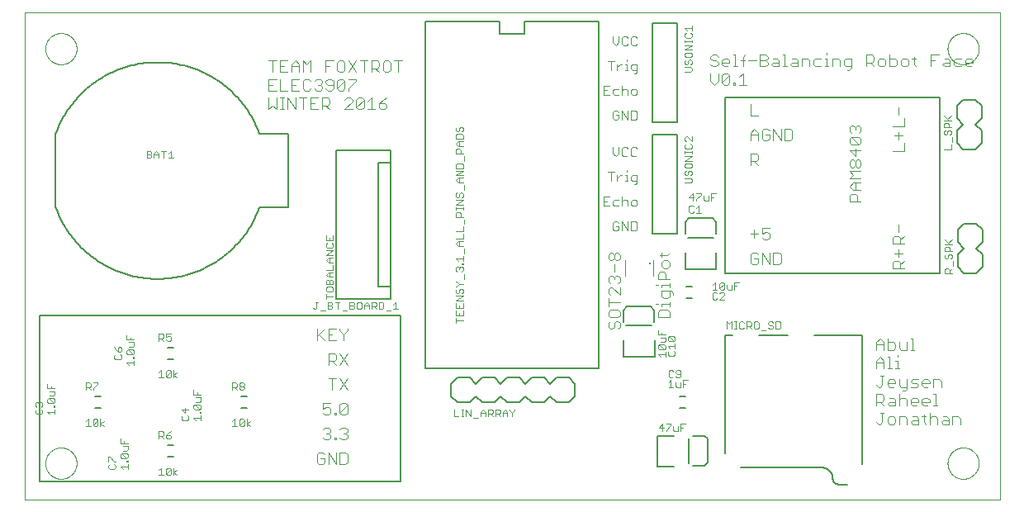
<source format=gto>
G75*
%MOIN*%
%OFA0B0*%
%FSLAX25Y25*%
%IPPOS*%
%LPD*%
%AMOC8*
5,1,8,0,0,1.08239X$1,22.5*
%
%ADD10C,0.00000*%
%ADD11C,0.00400*%
%ADD12C,0.00800*%
%ADD13C,0.00300*%
%ADD14C,0.00500*%
%ADD15C,0.00984*%
%ADD16C,0.00600*%
D10*
X0011643Y0016420D02*
X0011643Y0213270D01*
X0405343Y0213270D01*
X0405343Y0016420D01*
X0011643Y0016420D01*
X0020107Y0031183D02*
X0020109Y0031341D01*
X0020115Y0031499D01*
X0020125Y0031657D01*
X0020139Y0031815D01*
X0020157Y0031972D01*
X0020178Y0032129D01*
X0020204Y0032285D01*
X0020234Y0032441D01*
X0020267Y0032596D01*
X0020305Y0032749D01*
X0020346Y0032902D01*
X0020391Y0033054D01*
X0020440Y0033205D01*
X0020493Y0033354D01*
X0020549Y0033502D01*
X0020609Y0033648D01*
X0020673Y0033793D01*
X0020741Y0033936D01*
X0020812Y0034078D01*
X0020886Y0034218D01*
X0020964Y0034355D01*
X0021046Y0034491D01*
X0021130Y0034625D01*
X0021219Y0034756D01*
X0021310Y0034885D01*
X0021405Y0035012D01*
X0021502Y0035137D01*
X0021603Y0035259D01*
X0021707Y0035378D01*
X0021814Y0035495D01*
X0021924Y0035609D01*
X0022037Y0035720D01*
X0022152Y0035829D01*
X0022270Y0035934D01*
X0022391Y0036036D01*
X0022514Y0036136D01*
X0022640Y0036232D01*
X0022768Y0036325D01*
X0022898Y0036415D01*
X0023031Y0036501D01*
X0023166Y0036585D01*
X0023302Y0036664D01*
X0023441Y0036741D01*
X0023582Y0036813D01*
X0023724Y0036883D01*
X0023868Y0036948D01*
X0024014Y0037010D01*
X0024161Y0037068D01*
X0024310Y0037123D01*
X0024460Y0037174D01*
X0024611Y0037221D01*
X0024763Y0037264D01*
X0024916Y0037303D01*
X0025071Y0037339D01*
X0025226Y0037370D01*
X0025382Y0037398D01*
X0025538Y0037422D01*
X0025695Y0037442D01*
X0025853Y0037458D01*
X0026010Y0037470D01*
X0026169Y0037478D01*
X0026327Y0037482D01*
X0026485Y0037482D01*
X0026643Y0037478D01*
X0026802Y0037470D01*
X0026959Y0037458D01*
X0027117Y0037442D01*
X0027274Y0037422D01*
X0027430Y0037398D01*
X0027586Y0037370D01*
X0027741Y0037339D01*
X0027896Y0037303D01*
X0028049Y0037264D01*
X0028201Y0037221D01*
X0028352Y0037174D01*
X0028502Y0037123D01*
X0028651Y0037068D01*
X0028798Y0037010D01*
X0028944Y0036948D01*
X0029088Y0036883D01*
X0029230Y0036813D01*
X0029371Y0036741D01*
X0029510Y0036664D01*
X0029646Y0036585D01*
X0029781Y0036501D01*
X0029914Y0036415D01*
X0030044Y0036325D01*
X0030172Y0036232D01*
X0030298Y0036136D01*
X0030421Y0036036D01*
X0030542Y0035934D01*
X0030660Y0035829D01*
X0030775Y0035720D01*
X0030888Y0035609D01*
X0030998Y0035495D01*
X0031105Y0035378D01*
X0031209Y0035259D01*
X0031310Y0035137D01*
X0031407Y0035012D01*
X0031502Y0034885D01*
X0031593Y0034756D01*
X0031682Y0034625D01*
X0031766Y0034491D01*
X0031848Y0034355D01*
X0031926Y0034218D01*
X0032000Y0034078D01*
X0032071Y0033936D01*
X0032139Y0033793D01*
X0032203Y0033648D01*
X0032263Y0033502D01*
X0032319Y0033354D01*
X0032372Y0033205D01*
X0032421Y0033054D01*
X0032466Y0032902D01*
X0032507Y0032749D01*
X0032545Y0032596D01*
X0032578Y0032441D01*
X0032608Y0032285D01*
X0032634Y0032129D01*
X0032655Y0031972D01*
X0032673Y0031815D01*
X0032687Y0031657D01*
X0032697Y0031499D01*
X0032703Y0031341D01*
X0032705Y0031183D01*
X0032703Y0031025D01*
X0032697Y0030867D01*
X0032687Y0030709D01*
X0032673Y0030551D01*
X0032655Y0030394D01*
X0032634Y0030237D01*
X0032608Y0030081D01*
X0032578Y0029925D01*
X0032545Y0029770D01*
X0032507Y0029617D01*
X0032466Y0029464D01*
X0032421Y0029312D01*
X0032372Y0029161D01*
X0032319Y0029012D01*
X0032263Y0028864D01*
X0032203Y0028718D01*
X0032139Y0028573D01*
X0032071Y0028430D01*
X0032000Y0028288D01*
X0031926Y0028148D01*
X0031848Y0028011D01*
X0031766Y0027875D01*
X0031682Y0027741D01*
X0031593Y0027610D01*
X0031502Y0027481D01*
X0031407Y0027354D01*
X0031310Y0027229D01*
X0031209Y0027107D01*
X0031105Y0026988D01*
X0030998Y0026871D01*
X0030888Y0026757D01*
X0030775Y0026646D01*
X0030660Y0026537D01*
X0030542Y0026432D01*
X0030421Y0026330D01*
X0030298Y0026230D01*
X0030172Y0026134D01*
X0030044Y0026041D01*
X0029914Y0025951D01*
X0029781Y0025865D01*
X0029646Y0025781D01*
X0029510Y0025702D01*
X0029371Y0025625D01*
X0029230Y0025553D01*
X0029088Y0025483D01*
X0028944Y0025418D01*
X0028798Y0025356D01*
X0028651Y0025298D01*
X0028502Y0025243D01*
X0028352Y0025192D01*
X0028201Y0025145D01*
X0028049Y0025102D01*
X0027896Y0025063D01*
X0027741Y0025027D01*
X0027586Y0024996D01*
X0027430Y0024968D01*
X0027274Y0024944D01*
X0027117Y0024924D01*
X0026959Y0024908D01*
X0026802Y0024896D01*
X0026643Y0024888D01*
X0026485Y0024884D01*
X0026327Y0024884D01*
X0026169Y0024888D01*
X0026010Y0024896D01*
X0025853Y0024908D01*
X0025695Y0024924D01*
X0025538Y0024944D01*
X0025382Y0024968D01*
X0025226Y0024996D01*
X0025071Y0025027D01*
X0024916Y0025063D01*
X0024763Y0025102D01*
X0024611Y0025145D01*
X0024460Y0025192D01*
X0024310Y0025243D01*
X0024161Y0025298D01*
X0024014Y0025356D01*
X0023868Y0025418D01*
X0023724Y0025483D01*
X0023582Y0025553D01*
X0023441Y0025625D01*
X0023302Y0025702D01*
X0023166Y0025781D01*
X0023031Y0025865D01*
X0022898Y0025951D01*
X0022768Y0026041D01*
X0022640Y0026134D01*
X0022514Y0026230D01*
X0022391Y0026330D01*
X0022270Y0026432D01*
X0022152Y0026537D01*
X0022037Y0026646D01*
X0021924Y0026757D01*
X0021814Y0026871D01*
X0021707Y0026988D01*
X0021603Y0027107D01*
X0021502Y0027229D01*
X0021405Y0027354D01*
X0021310Y0027481D01*
X0021219Y0027610D01*
X0021130Y0027741D01*
X0021046Y0027875D01*
X0020964Y0028011D01*
X0020886Y0028148D01*
X0020812Y0028288D01*
X0020741Y0028430D01*
X0020673Y0028573D01*
X0020609Y0028718D01*
X0020549Y0028864D01*
X0020493Y0029012D01*
X0020440Y0029161D01*
X0020391Y0029312D01*
X0020346Y0029464D01*
X0020305Y0029617D01*
X0020267Y0029770D01*
X0020234Y0029925D01*
X0020204Y0030081D01*
X0020178Y0030237D01*
X0020157Y0030394D01*
X0020139Y0030551D01*
X0020125Y0030709D01*
X0020115Y0030867D01*
X0020109Y0031025D01*
X0020107Y0031183D01*
X0020107Y0198506D02*
X0020109Y0198664D01*
X0020115Y0198822D01*
X0020125Y0198980D01*
X0020139Y0199138D01*
X0020157Y0199295D01*
X0020178Y0199452D01*
X0020204Y0199608D01*
X0020234Y0199764D01*
X0020267Y0199919D01*
X0020305Y0200072D01*
X0020346Y0200225D01*
X0020391Y0200377D01*
X0020440Y0200528D01*
X0020493Y0200677D01*
X0020549Y0200825D01*
X0020609Y0200971D01*
X0020673Y0201116D01*
X0020741Y0201259D01*
X0020812Y0201401D01*
X0020886Y0201541D01*
X0020964Y0201678D01*
X0021046Y0201814D01*
X0021130Y0201948D01*
X0021219Y0202079D01*
X0021310Y0202208D01*
X0021405Y0202335D01*
X0021502Y0202460D01*
X0021603Y0202582D01*
X0021707Y0202701D01*
X0021814Y0202818D01*
X0021924Y0202932D01*
X0022037Y0203043D01*
X0022152Y0203152D01*
X0022270Y0203257D01*
X0022391Y0203359D01*
X0022514Y0203459D01*
X0022640Y0203555D01*
X0022768Y0203648D01*
X0022898Y0203738D01*
X0023031Y0203824D01*
X0023166Y0203908D01*
X0023302Y0203987D01*
X0023441Y0204064D01*
X0023582Y0204136D01*
X0023724Y0204206D01*
X0023868Y0204271D01*
X0024014Y0204333D01*
X0024161Y0204391D01*
X0024310Y0204446D01*
X0024460Y0204497D01*
X0024611Y0204544D01*
X0024763Y0204587D01*
X0024916Y0204626D01*
X0025071Y0204662D01*
X0025226Y0204693D01*
X0025382Y0204721D01*
X0025538Y0204745D01*
X0025695Y0204765D01*
X0025853Y0204781D01*
X0026010Y0204793D01*
X0026169Y0204801D01*
X0026327Y0204805D01*
X0026485Y0204805D01*
X0026643Y0204801D01*
X0026802Y0204793D01*
X0026959Y0204781D01*
X0027117Y0204765D01*
X0027274Y0204745D01*
X0027430Y0204721D01*
X0027586Y0204693D01*
X0027741Y0204662D01*
X0027896Y0204626D01*
X0028049Y0204587D01*
X0028201Y0204544D01*
X0028352Y0204497D01*
X0028502Y0204446D01*
X0028651Y0204391D01*
X0028798Y0204333D01*
X0028944Y0204271D01*
X0029088Y0204206D01*
X0029230Y0204136D01*
X0029371Y0204064D01*
X0029510Y0203987D01*
X0029646Y0203908D01*
X0029781Y0203824D01*
X0029914Y0203738D01*
X0030044Y0203648D01*
X0030172Y0203555D01*
X0030298Y0203459D01*
X0030421Y0203359D01*
X0030542Y0203257D01*
X0030660Y0203152D01*
X0030775Y0203043D01*
X0030888Y0202932D01*
X0030998Y0202818D01*
X0031105Y0202701D01*
X0031209Y0202582D01*
X0031310Y0202460D01*
X0031407Y0202335D01*
X0031502Y0202208D01*
X0031593Y0202079D01*
X0031682Y0201948D01*
X0031766Y0201814D01*
X0031848Y0201678D01*
X0031926Y0201541D01*
X0032000Y0201401D01*
X0032071Y0201259D01*
X0032139Y0201116D01*
X0032203Y0200971D01*
X0032263Y0200825D01*
X0032319Y0200677D01*
X0032372Y0200528D01*
X0032421Y0200377D01*
X0032466Y0200225D01*
X0032507Y0200072D01*
X0032545Y0199919D01*
X0032578Y0199764D01*
X0032608Y0199608D01*
X0032634Y0199452D01*
X0032655Y0199295D01*
X0032673Y0199138D01*
X0032687Y0198980D01*
X0032697Y0198822D01*
X0032703Y0198664D01*
X0032705Y0198506D01*
X0032703Y0198348D01*
X0032697Y0198190D01*
X0032687Y0198032D01*
X0032673Y0197874D01*
X0032655Y0197717D01*
X0032634Y0197560D01*
X0032608Y0197404D01*
X0032578Y0197248D01*
X0032545Y0197093D01*
X0032507Y0196940D01*
X0032466Y0196787D01*
X0032421Y0196635D01*
X0032372Y0196484D01*
X0032319Y0196335D01*
X0032263Y0196187D01*
X0032203Y0196041D01*
X0032139Y0195896D01*
X0032071Y0195753D01*
X0032000Y0195611D01*
X0031926Y0195471D01*
X0031848Y0195334D01*
X0031766Y0195198D01*
X0031682Y0195064D01*
X0031593Y0194933D01*
X0031502Y0194804D01*
X0031407Y0194677D01*
X0031310Y0194552D01*
X0031209Y0194430D01*
X0031105Y0194311D01*
X0030998Y0194194D01*
X0030888Y0194080D01*
X0030775Y0193969D01*
X0030660Y0193860D01*
X0030542Y0193755D01*
X0030421Y0193653D01*
X0030298Y0193553D01*
X0030172Y0193457D01*
X0030044Y0193364D01*
X0029914Y0193274D01*
X0029781Y0193188D01*
X0029646Y0193104D01*
X0029510Y0193025D01*
X0029371Y0192948D01*
X0029230Y0192876D01*
X0029088Y0192806D01*
X0028944Y0192741D01*
X0028798Y0192679D01*
X0028651Y0192621D01*
X0028502Y0192566D01*
X0028352Y0192515D01*
X0028201Y0192468D01*
X0028049Y0192425D01*
X0027896Y0192386D01*
X0027741Y0192350D01*
X0027586Y0192319D01*
X0027430Y0192291D01*
X0027274Y0192267D01*
X0027117Y0192247D01*
X0026959Y0192231D01*
X0026802Y0192219D01*
X0026643Y0192211D01*
X0026485Y0192207D01*
X0026327Y0192207D01*
X0026169Y0192211D01*
X0026010Y0192219D01*
X0025853Y0192231D01*
X0025695Y0192247D01*
X0025538Y0192267D01*
X0025382Y0192291D01*
X0025226Y0192319D01*
X0025071Y0192350D01*
X0024916Y0192386D01*
X0024763Y0192425D01*
X0024611Y0192468D01*
X0024460Y0192515D01*
X0024310Y0192566D01*
X0024161Y0192621D01*
X0024014Y0192679D01*
X0023868Y0192741D01*
X0023724Y0192806D01*
X0023582Y0192876D01*
X0023441Y0192948D01*
X0023302Y0193025D01*
X0023166Y0193104D01*
X0023031Y0193188D01*
X0022898Y0193274D01*
X0022768Y0193364D01*
X0022640Y0193457D01*
X0022514Y0193553D01*
X0022391Y0193653D01*
X0022270Y0193755D01*
X0022152Y0193860D01*
X0022037Y0193969D01*
X0021924Y0194080D01*
X0021814Y0194194D01*
X0021707Y0194311D01*
X0021603Y0194430D01*
X0021502Y0194552D01*
X0021405Y0194677D01*
X0021310Y0194804D01*
X0021219Y0194933D01*
X0021130Y0195064D01*
X0021046Y0195198D01*
X0020964Y0195334D01*
X0020886Y0195471D01*
X0020812Y0195611D01*
X0020741Y0195753D01*
X0020673Y0195896D01*
X0020609Y0196041D01*
X0020549Y0196187D01*
X0020493Y0196335D01*
X0020440Y0196484D01*
X0020391Y0196635D01*
X0020346Y0196787D01*
X0020305Y0196940D01*
X0020267Y0197093D01*
X0020234Y0197248D01*
X0020204Y0197404D01*
X0020178Y0197560D01*
X0020157Y0197717D01*
X0020139Y0197874D01*
X0020125Y0198032D01*
X0020115Y0198190D01*
X0020109Y0198348D01*
X0020107Y0198506D01*
X0384281Y0198506D02*
X0384283Y0198664D01*
X0384289Y0198822D01*
X0384299Y0198980D01*
X0384313Y0199138D01*
X0384331Y0199295D01*
X0384352Y0199452D01*
X0384378Y0199608D01*
X0384408Y0199764D01*
X0384441Y0199919D01*
X0384479Y0200072D01*
X0384520Y0200225D01*
X0384565Y0200377D01*
X0384614Y0200528D01*
X0384667Y0200677D01*
X0384723Y0200825D01*
X0384783Y0200971D01*
X0384847Y0201116D01*
X0384915Y0201259D01*
X0384986Y0201401D01*
X0385060Y0201541D01*
X0385138Y0201678D01*
X0385220Y0201814D01*
X0385304Y0201948D01*
X0385393Y0202079D01*
X0385484Y0202208D01*
X0385579Y0202335D01*
X0385676Y0202460D01*
X0385777Y0202582D01*
X0385881Y0202701D01*
X0385988Y0202818D01*
X0386098Y0202932D01*
X0386211Y0203043D01*
X0386326Y0203152D01*
X0386444Y0203257D01*
X0386565Y0203359D01*
X0386688Y0203459D01*
X0386814Y0203555D01*
X0386942Y0203648D01*
X0387072Y0203738D01*
X0387205Y0203824D01*
X0387340Y0203908D01*
X0387476Y0203987D01*
X0387615Y0204064D01*
X0387756Y0204136D01*
X0387898Y0204206D01*
X0388042Y0204271D01*
X0388188Y0204333D01*
X0388335Y0204391D01*
X0388484Y0204446D01*
X0388634Y0204497D01*
X0388785Y0204544D01*
X0388937Y0204587D01*
X0389090Y0204626D01*
X0389245Y0204662D01*
X0389400Y0204693D01*
X0389556Y0204721D01*
X0389712Y0204745D01*
X0389869Y0204765D01*
X0390027Y0204781D01*
X0390184Y0204793D01*
X0390343Y0204801D01*
X0390501Y0204805D01*
X0390659Y0204805D01*
X0390817Y0204801D01*
X0390976Y0204793D01*
X0391133Y0204781D01*
X0391291Y0204765D01*
X0391448Y0204745D01*
X0391604Y0204721D01*
X0391760Y0204693D01*
X0391915Y0204662D01*
X0392070Y0204626D01*
X0392223Y0204587D01*
X0392375Y0204544D01*
X0392526Y0204497D01*
X0392676Y0204446D01*
X0392825Y0204391D01*
X0392972Y0204333D01*
X0393118Y0204271D01*
X0393262Y0204206D01*
X0393404Y0204136D01*
X0393545Y0204064D01*
X0393684Y0203987D01*
X0393820Y0203908D01*
X0393955Y0203824D01*
X0394088Y0203738D01*
X0394218Y0203648D01*
X0394346Y0203555D01*
X0394472Y0203459D01*
X0394595Y0203359D01*
X0394716Y0203257D01*
X0394834Y0203152D01*
X0394949Y0203043D01*
X0395062Y0202932D01*
X0395172Y0202818D01*
X0395279Y0202701D01*
X0395383Y0202582D01*
X0395484Y0202460D01*
X0395581Y0202335D01*
X0395676Y0202208D01*
X0395767Y0202079D01*
X0395856Y0201948D01*
X0395940Y0201814D01*
X0396022Y0201678D01*
X0396100Y0201541D01*
X0396174Y0201401D01*
X0396245Y0201259D01*
X0396313Y0201116D01*
X0396377Y0200971D01*
X0396437Y0200825D01*
X0396493Y0200677D01*
X0396546Y0200528D01*
X0396595Y0200377D01*
X0396640Y0200225D01*
X0396681Y0200072D01*
X0396719Y0199919D01*
X0396752Y0199764D01*
X0396782Y0199608D01*
X0396808Y0199452D01*
X0396829Y0199295D01*
X0396847Y0199138D01*
X0396861Y0198980D01*
X0396871Y0198822D01*
X0396877Y0198664D01*
X0396879Y0198506D01*
X0396877Y0198348D01*
X0396871Y0198190D01*
X0396861Y0198032D01*
X0396847Y0197874D01*
X0396829Y0197717D01*
X0396808Y0197560D01*
X0396782Y0197404D01*
X0396752Y0197248D01*
X0396719Y0197093D01*
X0396681Y0196940D01*
X0396640Y0196787D01*
X0396595Y0196635D01*
X0396546Y0196484D01*
X0396493Y0196335D01*
X0396437Y0196187D01*
X0396377Y0196041D01*
X0396313Y0195896D01*
X0396245Y0195753D01*
X0396174Y0195611D01*
X0396100Y0195471D01*
X0396022Y0195334D01*
X0395940Y0195198D01*
X0395856Y0195064D01*
X0395767Y0194933D01*
X0395676Y0194804D01*
X0395581Y0194677D01*
X0395484Y0194552D01*
X0395383Y0194430D01*
X0395279Y0194311D01*
X0395172Y0194194D01*
X0395062Y0194080D01*
X0394949Y0193969D01*
X0394834Y0193860D01*
X0394716Y0193755D01*
X0394595Y0193653D01*
X0394472Y0193553D01*
X0394346Y0193457D01*
X0394218Y0193364D01*
X0394088Y0193274D01*
X0393955Y0193188D01*
X0393820Y0193104D01*
X0393684Y0193025D01*
X0393545Y0192948D01*
X0393404Y0192876D01*
X0393262Y0192806D01*
X0393118Y0192741D01*
X0392972Y0192679D01*
X0392825Y0192621D01*
X0392676Y0192566D01*
X0392526Y0192515D01*
X0392375Y0192468D01*
X0392223Y0192425D01*
X0392070Y0192386D01*
X0391915Y0192350D01*
X0391760Y0192319D01*
X0391604Y0192291D01*
X0391448Y0192267D01*
X0391291Y0192247D01*
X0391133Y0192231D01*
X0390976Y0192219D01*
X0390817Y0192211D01*
X0390659Y0192207D01*
X0390501Y0192207D01*
X0390343Y0192211D01*
X0390184Y0192219D01*
X0390027Y0192231D01*
X0389869Y0192247D01*
X0389712Y0192267D01*
X0389556Y0192291D01*
X0389400Y0192319D01*
X0389245Y0192350D01*
X0389090Y0192386D01*
X0388937Y0192425D01*
X0388785Y0192468D01*
X0388634Y0192515D01*
X0388484Y0192566D01*
X0388335Y0192621D01*
X0388188Y0192679D01*
X0388042Y0192741D01*
X0387898Y0192806D01*
X0387756Y0192876D01*
X0387615Y0192948D01*
X0387476Y0193025D01*
X0387340Y0193104D01*
X0387205Y0193188D01*
X0387072Y0193274D01*
X0386942Y0193364D01*
X0386814Y0193457D01*
X0386688Y0193553D01*
X0386565Y0193653D01*
X0386444Y0193755D01*
X0386326Y0193860D01*
X0386211Y0193969D01*
X0386098Y0194080D01*
X0385988Y0194194D01*
X0385881Y0194311D01*
X0385777Y0194430D01*
X0385676Y0194552D01*
X0385579Y0194677D01*
X0385484Y0194804D01*
X0385393Y0194933D01*
X0385304Y0195064D01*
X0385220Y0195198D01*
X0385138Y0195334D01*
X0385060Y0195471D01*
X0384986Y0195611D01*
X0384915Y0195753D01*
X0384847Y0195896D01*
X0384783Y0196041D01*
X0384723Y0196187D01*
X0384667Y0196335D01*
X0384614Y0196484D01*
X0384565Y0196635D01*
X0384520Y0196787D01*
X0384479Y0196940D01*
X0384441Y0197093D01*
X0384408Y0197248D01*
X0384378Y0197404D01*
X0384352Y0197560D01*
X0384331Y0197717D01*
X0384313Y0197874D01*
X0384299Y0198032D01*
X0384289Y0198190D01*
X0384283Y0198348D01*
X0384281Y0198506D01*
X0384281Y0031183D02*
X0384283Y0031341D01*
X0384289Y0031499D01*
X0384299Y0031657D01*
X0384313Y0031815D01*
X0384331Y0031972D01*
X0384352Y0032129D01*
X0384378Y0032285D01*
X0384408Y0032441D01*
X0384441Y0032596D01*
X0384479Y0032749D01*
X0384520Y0032902D01*
X0384565Y0033054D01*
X0384614Y0033205D01*
X0384667Y0033354D01*
X0384723Y0033502D01*
X0384783Y0033648D01*
X0384847Y0033793D01*
X0384915Y0033936D01*
X0384986Y0034078D01*
X0385060Y0034218D01*
X0385138Y0034355D01*
X0385220Y0034491D01*
X0385304Y0034625D01*
X0385393Y0034756D01*
X0385484Y0034885D01*
X0385579Y0035012D01*
X0385676Y0035137D01*
X0385777Y0035259D01*
X0385881Y0035378D01*
X0385988Y0035495D01*
X0386098Y0035609D01*
X0386211Y0035720D01*
X0386326Y0035829D01*
X0386444Y0035934D01*
X0386565Y0036036D01*
X0386688Y0036136D01*
X0386814Y0036232D01*
X0386942Y0036325D01*
X0387072Y0036415D01*
X0387205Y0036501D01*
X0387340Y0036585D01*
X0387476Y0036664D01*
X0387615Y0036741D01*
X0387756Y0036813D01*
X0387898Y0036883D01*
X0388042Y0036948D01*
X0388188Y0037010D01*
X0388335Y0037068D01*
X0388484Y0037123D01*
X0388634Y0037174D01*
X0388785Y0037221D01*
X0388937Y0037264D01*
X0389090Y0037303D01*
X0389245Y0037339D01*
X0389400Y0037370D01*
X0389556Y0037398D01*
X0389712Y0037422D01*
X0389869Y0037442D01*
X0390027Y0037458D01*
X0390184Y0037470D01*
X0390343Y0037478D01*
X0390501Y0037482D01*
X0390659Y0037482D01*
X0390817Y0037478D01*
X0390976Y0037470D01*
X0391133Y0037458D01*
X0391291Y0037442D01*
X0391448Y0037422D01*
X0391604Y0037398D01*
X0391760Y0037370D01*
X0391915Y0037339D01*
X0392070Y0037303D01*
X0392223Y0037264D01*
X0392375Y0037221D01*
X0392526Y0037174D01*
X0392676Y0037123D01*
X0392825Y0037068D01*
X0392972Y0037010D01*
X0393118Y0036948D01*
X0393262Y0036883D01*
X0393404Y0036813D01*
X0393545Y0036741D01*
X0393684Y0036664D01*
X0393820Y0036585D01*
X0393955Y0036501D01*
X0394088Y0036415D01*
X0394218Y0036325D01*
X0394346Y0036232D01*
X0394472Y0036136D01*
X0394595Y0036036D01*
X0394716Y0035934D01*
X0394834Y0035829D01*
X0394949Y0035720D01*
X0395062Y0035609D01*
X0395172Y0035495D01*
X0395279Y0035378D01*
X0395383Y0035259D01*
X0395484Y0035137D01*
X0395581Y0035012D01*
X0395676Y0034885D01*
X0395767Y0034756D01*
X0395856Y0034625D01*
X0395940Y0034491D01*
X0396022Y0034355D01*
X0396100Y0034218D01*
X0396174Y0034078D01*
X0396245Y0033936D01*
X0396313Y0033793D01*
X0396377Y0033648D01*
X0396437Y0033502D01*
X0396493Y0033354D01*
X0396546Y0033205D01*
X0396595Y0033054D01*
X0396640Y0032902D01*
X0396681Y0032749D01*
X0396719Y0032596D01*
X0396752Y0032441D01*
X0396782Y0032285D01*
X0396808Y0032129D01*
X0396829Y0031972D01*
X0396847Y0031815D01*
X0396861Y0031657D01*
X0396871Y0031499D01*
X0396877Y0031341D01*
X0396879Y0031183D01*
X0396877Y0031025D01*
X0396871Y0030867D01*
X0396861Y0030709D01*
X0396847Y0030551D01*
X0396829Y0030394D01*
X0396808Y0030237D01*
X0396782Y0030081D01*
X0396752Y0029925D01*
X0396719Y0029770D01*
X0396681Y0029617D01*
X0396640Y0029464D01*
X0396595Y0029312D01*
X0396546Y0029161D01*
X0396493Y0029012D01*
X0396437Y0028864D01*
X0396377Y0028718D01*
X0396313Y0028573D01*
X0396245Y0028430D01*
X0396174Y0028288D01*
X0396100Y0028148D01*
X0396022Y0028011D01*
X0395940Y0027875D01*
X0395856Y0027741D01*
X0395767Y0027610D01*
X0395676Y0027481D01*
X0395581Y0027354D01*
X0395484Y0027229D01*
X0395383Y0027107D01*
X0395279Y0026988D01*
X0395172Y0026871D01*
X0395062Y0026757D01*
X0394949Y0026646D01*
X0394834Y0026537D01*
X0394716Y0026432D01*
X0394595Y0026330D01*
X0394472Y0026230D01*
X0394346Y0026134D01*
X0394218Y0026041D01*
X0394088Y0025951D01*
X0393955Y0025865D01*
X0393820Y0025781D01*
X0393684Y0025702D01*
X0393545Y0025625D01*
X0393404Y0025553D01*
X0393262Y0025483D01*
X0393118Y0025418D01*
X0392972Y0025356D01*
X0392825Y0025298D01*
X0392676Y0025243D01*
X0392526Y0025192D01*
X0392375Y0025145D01*
X0392223Y0025102D01*
X0392070Y0025063D01*
X0391915Y0025027D01*
X0391760Y0024996D01*
X0391604Y0024968D01*
X0391448Y0024944D01*
X0391291Y0024924D01*
X0391133Y0024908D01*
X0390976Y0024896D01*
X0390817Y0024888D01*
X0390659Y0024884D01*
X0390501Y0024884D01*
X0390343Y0024888D01*
X0390184Y0024896D01*
X0390027Y0024908D01*
X0389869Y0024924D01*
X0389712Y0024944D01*
X0389556Y0024968D01*
X0389400Y0024996D01*
X0389245Y0025027D01*
X0389090Y0025063D01*
X0388937Y0025102D01*
X0388785Y0025145D01*
X0388634Y0025192D01*
X0388484Y0025243D01*
X0388335Y0025298D01*
X0388188Y0025356D01*
X0388042Y0025418D01*
X0387898Y0025483D01*
X0387756Y0025553D01*
X0387615Y0025625D01*
X0387476Y0025702D01*
X0387340Y0025781D01*
X0387205Y0025865D01*
X0387072Y0025951D01*
X0386942Y0026041D01*
X0386814Y0026134D01*
X0386688Y0026230D01*
X0386565Y0026330D01*
X0386444Y0026432D01*
X0386326Y0026537D01*
X0386211Y0026646D01*
X0386098Y0026757D01*
X0385988Y0026871D01*
X0385881Y0026988D01*
X0385777Y0027107D01*
X0385676Y0027229D01*
X0385579Y0027354D01*
X0385484Y0027481D01*
X0385393Y0027610D01*
X0385304Y0027741D01*
X0385220Y0027875D01*
X0385138Y0028011D01*
X0385060Y0028148D01*
X0384986Y0028288D01*
X0384915Y0028430D01*
X0384847Y0028573D01*
X0384783Y0028718D01*
X0384723Y0028864D01*
X0384667Y0029012D01*
X0384614Y0029161D01*
X0384565Y0029312D01*
X0384520Y0029464D01*
X0384479Y0029617D01*
X0384441Y0029770D01*
X0384408Y0029925D01*
X0384378Y0030081D01*
X0384352Y0030237D01*
X0384331Y0030394D01*
X0384313Y0030551D01*
X0384299Y0030709D01*
X0384289Y0030867D01*
X0384283Y0031025D01*
X0384281Y0031183D01*
D11*
X0384701Y0046935D02*
X0382400Y0046935D01*
X0381632Y0047702D01*
X0382400Y0048469D01*
X0384701Y0048469D01*
X0384701Y0049237D02*
X0384701Y0046935D01*
X0386236Y0046935D02*
X0386236Y0050004D01*
X0388538Y0050004D01*
X0389305Y0049237D01*
X0389305Y0046935D01*
X0384701Y0049237D02*
X0383934Y0050004D01*
X0382400Y0050004D01*
X0380098Y0049237D02*
X0380098Y0046935D01*
X0380098Y0049237D02*
X0379330Y0050004D01*
X0377796Y0050004D01*
X0377028Y0049237D01*
X0375494Y0050004D02*
X0373959Y0050004D01*
X0374726Y0050771D02*
X0374726Y0047702D01*
X0375494Y0046935D01*
X0377028Y0046935D02*
X0377028Y0051539D01*
X0376261Y0054435D02*
X0374726Y0054435D01*
X0373959Y0055202D01*
X0373959Y0056737D01*
X0374726Y0057504D01*
X0376261Y0057504D01*
X0377028Y0056737D01*
X0377028Y0055969D01*
X0373959Y0055969D01*
X0372424Y0055969D02*
X0369355Y0055969D01*
X0369355Y0055202D02*
X0369355Y0056737D01*
X0370122Y0057504D01*
X0371657Y0057504D01*
X0372424Y0056737D01*
X0372424Y0055969D01*
X0371657Y0054435D02*
X0370122Y0054435D01*
X0369355Y0055202D01*
X0367820Y0054435D02*
X0367820Y0056737D01*
X0367053Y0057504D01*
X0365518Y0057504D01*
X0364751Y0056737D01*
X0363217Y0056737D02*
X0363217Y0054435D01*
X0360915Y0054435D01*
X0360147Y0055202D01*
X0360915Y0055969D01*
X0363217Y0055969D01*
X0363217Y0056737D02*
X0362449Y0057504D01*
X0360915Y0057504D01*
X0358613Y0058271D02*
X0358613Y0056737D01*
X0357845Y0055969D01*
X0355543Y0055969D01*
X0355543Y0054435D02*
X0355543Y0059039D01*
X0357845Y0059039D01*
X0358613Y0058271D01*
X0357078Y0055969D02*
X0358613Y0054435D01*
X0358613Y0051539D02*
X0357078Y0051539D01*
X0357845Y0051539D02*
X0357845Y0047702D01*
X0357078Y0046935D01*
X0356311Y0046935D01*
X0355543Y0047702D01*
X0360147Y0047702D02*
X0360147Y0049237D01*
X0360915Y0050004D01*
X0362449Y0050004D01*
X0363217Y0049237D01*
X0363217Y0047702D01*
X0362449Y0046935D01*
X0360915Y0046935D01*
X0360147Y0047702D01*
X0364751Y0046935D02*
X0364751Y0050004D01*
X0367053Y0050004D01*
X0367820Y0049237D01*
X0367820Y0046935D01*
X0369355Y0047702D02*
X0370122Y0048469D01*
X0372424Y0048469D01*
X0372424Y0049237D02*
X0372424Y0046935D01*
X0370122Y0046935D01*
X0369355Y0047702D01*
X0370122Y0050004D02*
X0371657Y0050004D01*
X0372424Y0049237D01*
X0378563Y0054435D02*
X0380098Y0054435D01*
X0379330Y0054435D02*
X0379330Y0059039D01*
X0378563Y0059039D01*
X0378563Y0061935D02*
X0378563Y0065004D01*
X0380865Y0065004D01*
X0381632Y0064237D01*
X0381632Y0061935D01*
X0377028Y0063469D02*
X0377028Y0064237D01*
X0376261Y0065004D01*
X0374726Y0065004D01*
X0373959Y0064237D01*
X0373959Y0062702D01*
X0374726Y0061935D01*
X0376261Y0061935D01*
X0377028Y0063469D02*
X0373959Y0063469D01*
X0372424Y0062702D02*
X0371657Y0063469D01*
X0370122Y0063469D01*
X0369355Y0064237D01*
X0370122Y0065004D01*
X0372424Y0065004D01*
X0372424Y0062702D02*
X0371657Y0061935D01*
X0369355Y0061935D01*
X0367820Y0061935D02*
X0365518Y0061935D01*
X0364751Y0062702D01*
X0364751Y0065004D01*
X0363217Y0064237D02*
X0363217Y0063469D01*
X0360147Y0063469D01*
X0360147Y0062702D02*
X0360147Y0064237D01*
X0360915Y0065004D01*
X0362449Y0065004D01*
X0363217Y0064237D01*
X0362449Y0061935D02*
X0360915Y0061935D01*
X0360147Y0062702D01*
X0357845Y0062702D02*
X0357845Y0066539D01*
X0357078Y0066539D02*
X0358613Y0066539D01*
X0358613Y0069435D02*
X0358613Y0072504D01*
X0357078Y0074039D01*
X0355543Y0072504D01*
X0355543Y0069435D01*
X0355543Y0071737D02*
X0358613Y0071737D01*
X0360147Y0074039D02*
X0360915Y0074039D01*
X0360915Y0069435D01*
X0361682Y0069435D02*
X0360147Y0069435D01*
X0363217Y0069435D02*
X0364751Y0069435D01*
X0363984Y0069435D02*
X0363984Y0072504D01*
X0363217Y0072504D01*
X0363984Y0074039D02*
X0363984Y0074806D01*
X0365518Y0076935D02*
X0367820Y0076935D01*
X0367820Y0080004D01*
X0369355Y0081539D02*
X0370122Y0081539D01*
X0370122Y0076935D01*
X0369355Y0076935D02*
X0370890Y0076935D01*
X0365518Y0076935D02*
X0364751Y0077702D01*
X0364751Y0080004D01*
X0363217Y0079237D02*
X0362449Y0080004D01*
X0360147Y0080004D01*
X0358613Y0080004D02*
X0358613Y0076935D01*
X0360147Y0076935D02*
X0362449Y0076935D01*
X0363217Y0077702D01*
X0363217Y0079237D01*
X0360147Y0081539D02*
X0360147Y0076935D01*
X0355543Y0076935D02*
X0355543Y0080004D01*
X0357078Y0081539D01*
X0358613Y0080004D01*
X0358613Y0079237D02*
X0355543Y0079237D01*
X0367820Y0065004D02*
X0367820Y0061167D01*
X0367053Y0060400D01*
X0366286Y0060400D01*
X0364751Y0059039D02*
X0364751Y0054435D01*
X0357078Y0061935D02*
X0357845Y0062702D01*
X0357078Y0061935D02*
X0356311Y0061935D01*
X0355543Y0062702D01*
X0271974Y0090000D02*
X0271974Y0092302D01*
X0271207Y0093069D01*
X0268137Y0093069D01*
X0267370Y0092302D01*
X0267370Y0090000D01*
X0271974Y0090000D01*
X0271974Y0094604D02*
X0271974Y0096139D01*
X0271974Y0095371D02*
X0268905Y0095371D01*
X0268905Y0094604D01*
X0267370Y0095371D02*
X0266603Y0095371D01*
X0269672Y0097673D02*
X0271207Y0097673D01*
X0271974Y0098441D01*
X0271974Y0100742D01*
X0272741Y0100742D02*
X0268905Y0100742D01*
X0268905Y0098441D01*
X0269672Y0097673D01*
X0273509Y0099208D02*
X0273509Y0099975D01*
X0272741Y0100742D01*
X0271974Y0102277D02*
X0271974Y0103812D01*
X0271974Y0103044D02*
X0268905Y0103044D01*
X0268905Y0102277D01*
X0267370Y0103044D02*
X0266603Y0103044D01*
X0267370Y0105346D02*
X0267370Y0107648D01*
X0268137Y0108416D01*
X0269672Y0108416D01*
X0270439Y0107648D01*
X0270439Y0105346D01*
X0271974Y0105346D02*
X0267370Y0105346D01*
X0265383Y0106676D02*
X0265383Y0113172D01*
X0268137Y0115322D02*
X0271207Y0115322D01*
X0271974Y0116089D01*
X0268905Y0116089D02*
X0268905Y0114554D01*
X0269672Y0113020D02*
X0268905Y0112252D01*
X0268905Y0110718D01*
X0269672Y0109950D01*
X0271207Y0109950D01*
X0271974Y0110718D01*
X0271974Y0112252D01*
X0271207Y0113020D01*
X0269672Y0113020D01*
X0253965Y0113172D02*
X0253965Y0106676D01*
X0251974Y0106114D02*
X0251974Y0104579D01*
X0251207Y0103812D01*
X0251974Y0102277D02*
X0251974Y0099208D01*
X0248905Y0102277D01*
X0248137Y0102277D01*
X0247370Y0101510D01*
X0247370Y0099975D01*
X0248137Y0099208D01*
X0247370Y0097673D02*
X0247370Y0094604D01*
X0247370Y0096139D02*
X0251974Y0096139D01*
X0251207Y0093069D02*
X0248137Y0093069D01*
X0247370Y0092302D01*
X0247370Y0090767D01*
X0248137Y0090000D01*
X0251207Y0090000D01*
X0251974Y0090767D01*
X0251974Y0092302D01*
X0251207Y0093069D01*
X0251207Y0088465D02*
X0251974Y0087698D01*
X0251974Y0086163D01*
X0251207Y0085396D01*
X0249672Y0086163D02*
X0248905Y0085396D01*
X0248137Y0085396D01*
X0247370Y0086163D01*
X0247370Y0087698D01*
X0248137Y0088465D01*
X0249672Y0087698D02*
X0250439Y0088465D01*
X0251207Y0088465D01*
X0249672Y0087698D02*
X0249672Y0086163D01*
X0248137Y0103812D02*
X0247370Y0104579D01*
X0247370Y0106114D01*
X0248137Y0106881D01*
X0248905Y0106881D01*
X0249672Y0106114D01*
X0250439Y0106881D01*
X0251207Y0106881D01*
X0251974Y0106114D01*
X0249672Y0106114D02*
X0249672Y0105346D01*
X0249672Y0108416D02*
X0249672Y0111485D01*
X0248905Y0113020D02*
X0248137Y0113020D01*
X0247370Y0113787D01*
X0247370Y0115322D01*
X0248137Y0116089D01*
X0248905Y0116089D01*
X0249672Y0115322D01*
X0249672Y0113787D01*
X0248905Y0113020D01*
X0249672Y0113787D02*
X0250439Y0113020D01*
X0251207Y0113020D01*
X0251974Y0113787D01*
X0251974Y0115322D01*
X0251207Y0116089D01*
X0250439Y0116089D01*
X0249672Y0115322D01*
X0278206Y0144437D02*
X0280542Y0144437D01*
X0281009Y0144904D01*
X0281009Y0145838D01*
X0280542Y0146305D01*
X0278206Y0146305D01*
X0278673Y0147383D02*
X0279140Y0147383D01*
X0279607Y0147850D01*
X0279607Y0148785D01*
X0280075Y0149252D01*
X0280542Y0149252D01*
X0281009Y0148785D01*
X0281009Y0147850D01*
X0280542Y0147383D01*
X0278673Y0147383D02*
X0278206Y0147850D01*
X0278206Y0148785D01*
X0278673Y0149252D01*
X0278673Y0150330D02*
X0280542Y0150330D01*
X0281009Y0150797D01*
X0281009Y0151731D01*
X0280542Y0152198D01*
X0278673Y0152198D01*
X0278206Y0151731D01*
X0278206Y0150797D01*
X0278673Y0150330D01*
X0278206Y0153276D02*
X0281009Y0155145D01*
X0278206Y0155145D01*
X0278206Y0156223D02*
X0278206Y0157157D01*
X0278206Y0156690D02*
X0281009Y0156690D01*
X0281009Y0156223D02*
X0281009Y0157157D01*
X0280542Y0158187D02*
X0281009Y0158654D01*
X0281009Y0159588D01*
X0280542Y0160056D01*
X0281009Y0161134D02*
X0279140Y0163002D01*
X0278673Y0163002D01*
X0278206Y0162535D01*
X0278206Y0161601D01*
X0278673Y0161134D01*
X0278673Y0160056D02*
X0278206Y0159588D01*
X0278206Y0158654D01*
X0278673Y0158187D01*
X0280542Y0158187D01*
X0281009Y0161134D02*
X0281009Y0163002D01*
X0281009Y0153276D02*
X0278206Y0153276D01*
X0304697Y0153056D02*
X0306999Y0153056D01*
X0307766Y0153823D01*
X0307766Y0155358D01*
X0306999Y0156125D01*
X0304697Y0156125D01*
X0304697Y0151521D01*
X0306231Y0153056D02*
X0307766Y0151521D01*
X0307766Y0161521D02*
X0307766Y0164591D01*
X0306231Y0166125D01*
X0304697Y0164591D01*
X0304697Y0161521D01*
X0304697Y0163823D02*
X0307766Y0163823D01*
X0309301Y0162289D02*
X0310068Y0161521D01*
X0311603Y0161521D01*
X0312370Y0162289D01*
X0312370Y0163823D01*
X0310835Y0163823D01*
X0309301Y0162289D02*
X0309301Y0165358D01*
X0310068Y0166125D01*
X0311603Y0166125D01*
X0312370Y0165358D01*
X0313905Y0166125D02*
X0316974Y0161521D01*
X0316974Y0166125D01*
X0318509Y0166125D02*
X0320811Y0166125D01*
X0321578Y0165358D01*
X0321578Y0162289D01*
X0320811Y0161521D01*
X0318509Y0161521D01*
X0318509Y0166125D01*
X0313905Y0166125D02*
X0313905Y0161521D01*
X0307766Y0171521D02*
X0304697Y0171521D01*
X0304697Y0176125D01*
X0303193Y0183943D02*
X0300124Y0183943D01*
X0301659Y0183943D02*
X0301659Y0188546D01*
X0300124Y0187012D01*
X0296287Y0187779D02*
X0293218Y0184710D01*
X0293985Y0183943D01*
X0295520Y0183943D01*
X0296287Y0184710D01*
X0296287Y0187779D01*
X0295520Y0188546D01*
X0293985Y0188546D01*
X0293218Y0187779D01*
X0293218Y0184710D01*
X0291683Y0185477D02*
X0291683Y0188546D01*
X0288614Y0188546D02*
X0288614Y0185477D01*
X0290149Y0183943D01*
X0291683Y0185477D01*
X0297822Y0184710D02*
X0298589Y0184710D01*
X0298589Y0183943D01*
X0297822Y0183943D01*
X0297822Y0184710D01*
X0297822Y0191443D02*
X0299357Y0191443D01*
X0298589Y0191443D02*
X0298589Y0196046D01*
X0297822Y0196046D01*
X0296287Y0193744D02*
X0296287Y0192977D01*
X0293218Y0192977D01*
X0293218Y0192210D02*
X0293218Y0193744D01*
X0293985Y0194512D01*
X0295520Y0194512D01*
X0296287Y0193744D01*
X0295520Y0191443D02*
X0293985Y0191443D01*
X0293218Y0192210D01*
X0291683Y0192210D02*
X0290916Y0191443D01*
X0289381Y0191443D01*
X0288614Y0192210D01*
X0289381Y0193744D02*
X0290916Y0193744D01*
X0291683Y0192977D01*
X0291683Y0192210D01*
X0289381Y0193744D02*
X0288614Y0194512D01*
X0288614Y0195279D01*
X0289381Y0196046D01*
X0290916Y0196046D01*
X0291683Y0195279D01*
X0281009Y0195580D02*
X0281009Y0196515D01*
X0280542Y0196982D01*
X0278673Y0196982D01*
X0278206Y0196515D01*
X0278206Y0195580D01*
X0278673Y0195113D01*
X0280542Y0195113D01*
X0281009Y0195580D01*
X0280542Y0194035D02*
X0281009Y0193568D01*
X0281009Y0192634D01*
X0280542Y0192167D01*
X0279607Y0192634D02*
X0279607Y0193568D01*
X0280075Y0194035D01*
X0280542Y0194035D01*
X0279607Y0192634D02*
X0279140Y0192167D01*
X0278673Y0192167D01*
X0278206Y0192634D01*
X0278206Y0193568D01*
X0278673Y0194035D01*
X0278206Y0191089D02*
X0280542Y0191089D01*
X0281009Y0190622D01*
X0281009Y0189687D01*
X0280542Y0189220D01*
X0278206Y0189220D01*
X0278206Y0198060D02*
X0281009Y0199928D01*
X0278206Y0199928D01*
X0278206Y0201006D02*
X0278206Y0201941D01*
X0278206Y0201473D02*
X0281009Y0201473D01*
X0281009Y0201006D02*
X0281009Y0201941D01*
X0280542Y0202971D02*
X0278673Y0202971D01*
X0278206Y0203438D01*
X0278206Y0204372D01*
X0278673Y0204839D01*
X0279140Y0205917D02*
X0278206Y0206851D01*
X0281009Y0206851D01*
X0281009Y0205917D02*
X0281009Y0207786D01*
X0280542Y0204839D02*
X0281009Y0204372D01*
X0281009Y0203438D01*
X0280542Y0202971D01*
X0281009Y0198060D02*
X0278206Y0198060D01*
X0300891Y0193744D02*
X0302426Y0193744D01*
X0303961Y0193744D02*
X0307030Y0193744D01*
X0308565Y0193744D02*
X0310866Y0193744D01*
X0311634Y0192977D01*
X0311634Y0192210D01*
X0310866Y0191443D01*
X0308565Y0191443D01*
X0308565Y0196046D01*
X0310866Y0196046D01*
X0311634Y0195279D01*
X0311634Y0194512D01*
X0310866Y0193744D01*
X0313168Y0192210D02*
X0313936Y0192977D01*
X0316238Y0192977D01*
X0316238Y0193744D02*
X0316238Y0191443D01*
X0313936Y0191443D01*
X0313168Y0192210D01*
X0313936Y0194512D02*
X0315470Y0194512D01*
X0316238Y0193744D01*
X0317772Y0191443D02*
X0319307Y0191443D01*
X0318540Y0191443D02*
X0318540Y0196046D01*
X0317772Y0196046D01*
X0321609Y0194512D02*
X0323144Y0194512D01*
X0323911Y0193744D01*
X0323911Y0191443D01*
X0321609Y0191443D01*
X0320842Y0192210D01*
X0321609Y0192977D01*
X0323911Y0192977D01*
X0325446Y0191443D02*
X0325446Y0194512D01*
X0327748Y0194512D01*
X0328515Y0193744D01*
X0328515Y0191443D01*
X0330049Y0192210D02*
X0330049Y0193744D01*
X0330817Y0194512D01*
X0333119Y0194512D01*
X0334653Y0194512D02*
X0335421Y0194512D01*
X0335421Y0191443D01*
X0336188Y0191443D02*
X0334653Y0191443D01*
X0333119Y0191443D02*
X0330817Y0191443D01*
X0330049Y0192210D01*
X0337723Y0191443D02*
X0337723Y0194512D01*
X0340025Y0194512D01*
X0340792Y0193744D01*
X0340792Y0191443D01*
X0342327Y0192210D02*
X0342327Y0193744D01*
X0343094Y0194512D01*
X0345396Y0194512D01*
X0345396Y0190675D01*
X0344629Y0189908D01*
X0343861Y0189908D01*
X0343094Y0191443D02*
X0345396Y0191443D01*
X0343094Y0191443D02*
X0342327Y0192210D01*
X0335421Y0196046D02*
X0335421Y0196814D01*
X0351534Y0196046D02*
X0351534Y0191443D01*
X0351534Y0192977D02*
X0353836Y0192977D01*
X0354604Y0193744D01*
X0354604Y0195279D01*
X0353836Y0196046D01*
X0351534Y0196046D01*
X0356138Y0193744D02*
X0356138Y0192210D01*
X0356906Y0191443D01*
X0358440Y0191443D01*
X0359208Y0192210D01*
X0359208Y0193744D01*
X0358440Y0194512D01*
X0356906Y0194512D01*
X0356138Y0193744D01*
X0354604Y0191443D02*
X0353069Y0192977D01*
X0360742Y0191443D02*
X0360742Y0196046D01*
X0360742Y0194512D02*
X0363044Y0194512D01*
X0363812Y0193744D01*
X0363812Y0192210D01*
X0363044Y0191443D01*
X0360742Y0191443D01*
X0365346Y0192210D02*
X0365346Y0193744D01*
X0366114Y0194512D01*
X0367648Y0194512D01*
X0368416Y0193744D01*
X0368416Y0192210D01*
X0367648Y0191443D01*
X0366114Y0191443D01*
X0365346Y0192210D01*
X0369950Y0194512D02*
X0371485Y0194512D01*
X0370717Y0195279D02*
X0370717Y0192210D01*
X0371485Y0191443D01*
X0377623Y0191443D02*
X0377623Y0196046D01*
X0380693Y0196046D01*
X0382995Y0194512D02*
X0384529Y0194512D01*
X0385297Y0193744D01*
X0385297Y0191443D01*
X0382995Y0191443D01*
X0382227Y0192210D01*
X0382995Y0192977D01*
X0385297Y0192977D01*
X0386831Y0192210D02*
X0387599Y0191443D01*
X0389900Y0191443D01*
X0391435Y0192210D02*
X0391435Y0193744D01*
X0392202Y0194512D01*
X0393737Y0194512D01*
X0394504Y0193744D01*
X0394504Y0192977D01*
X0391435Y0192977D01*
X0391435Y0192210D02*
X0392202Y0191443D01*
X0393737Y0191443D01*
X0389900Y0194512D02*
X0387599Y0194512D01*
X0386831Y0193744D01*
X0386831Y0192210D01*
X0379158Y0193744D02*
X0377623Y0193744D01*
X0364495Y0174987D02*
X0364495Y0171917D01*
X0366797Y0170383D02*
X0366797Y0167313D01*
X0362193Y0167313D01*
X0364495Y0164987D02*
X0364495Y0161917D01*
X0362960Y0163452D02*
X0366030Y0163452D01*
X0366797Y0160383D02*
X0366797Y0157313D01*
X0362193Y0157313D01*
X0349297Y0157511D02*
X0344693Y0157511D01*
X0346995Y0155209D01*
X0346995Y0158279D01*
X0348530Y0159813D02*
X0345460Y0159813D01*
X0344693Y0160581D01*
X0344693Y0162115D01*
X0345460Y0162883D01*
X0348530Y0159813D01*
X0349297Y0160581D01*
X0349297Y0162115D01*
X0348530Y0162883D01*
X0345460Y0162883D01*
X0345460Y0164417D02*
X0344693Y0165185D01*
X0344693Y0166719D01*
X0345460Y0167487D01*
X0346228Y0167487D01*
X0346995Y0166719D01*
X0347762Y0167487D01*
X0348530Y0167487D01*
X0349297Y0166719D01*
X0349297Y0165185D01*
X0348530Y0164417D01*
X0346995Y0165952D02*
X0346995Y0166719D01*
X0347762Y0153675D02*
X0348530Y0153675D01*
X0349297Y0152907D01*
X0349297Y0151373D01*
X0348530Y0150605D01*
X0347762Y0150605D01*
X0346995Y0151373D01*
X0346995Y0152907D01*
X0347762Y0153675D01*
X0346995Y0152907D02*
X0346228Y0153675D01*
X0345460Y0153675D01*
X0344693Y0152907D01*
X0344693Y0151373D01*
X0345460Y0150605D01*
X0346228Y0150605D01*
X0346995Y0151373D01*
X0344693Y0149071D02*
X0349297Y0149071D01*
X0349297Y0146002D02*
X0344693Y0146002D01*
X0346228Y0147536D01*
X0344693Y0149071D01*
X0346228Y0144467D02*
X0349297Y0144467D01*
X0346995Y0144467D02*
X0346995Y0141398D01*
X0346228Y0141398D02*
X0344693Y0142932D01*
X0346228Y0144467D01*
X0346228Y0141398D02*
X0349297Y0141398D01*
X0346995Y0139863D02*
X0345460Y0139863D01*
X0344693Y0139096D01*
X0344693Y0136794D01*
X0349297Y0136794D01*
X0347762Y0136794D02*
X0347762Y0139096D01*
X0346995Y0139863D01*
X0364495Y0127487D02*
X0364495Y0124417D01*
X0364495Y0122883D02*
X0365262Y0122115D01*
X0365262Y0119813D01*
X0366797Y0119813D02*
X0362193Y0119813D01*
X0362193Y0122115D01*
X0362960Y0122883D01*
X0364495Y0122883D01*
X0365262Y0121348D02*
X0366797Y0122883D01*
X0364495Y0117487D02*
X0364495Y0114417D01*
X0364495Y0112883D02*
X0365262Y0112115D01*
X0365262Y0109813D01*
X0366797Y0109813D02*
X0362193Y0109813D01*
X0362193Y0112115D01*
X0362960Y0112883D01*
X0364495Y0112883D01*
X0365262Y0111348D02*
X0366797Y0112883D01*
X0366030Y0115952D02*
X0362960Y0115952D01*
X0316974Y0115358D02*
X0316974Y0112289D01*
X0316207Y0111521D01*
X0313905Y0111521D01*
X0313905Y0116125D01*
X0316207Y0116125D01*
X0316974Y0115358D01*
X0312370Y0116125D02*
X0312370Y0111521D01*
X0309301Y0116125D01*
X0309301Y0111521D01*
X0307766Y0112289D02*
X0307766Y0113823D01*
X0306231Y0113823D01*
X0304697Y0112289D02*
X0304697Y0115358D01*
X0305464Y0116125D01*
X0306999Y0116125D01*
X0307766Y0115358D01*
X0307766Y0112289D02*
X0306999Y0111521D01*
X0305464Y0111521D01*
X0304697Y0112289D01*
X0306231Y0122289D02*
X0306231Y0125358D01*
X0304697Y0123823D02*
X0307766Y0123823D01*
X0309301Y0123823D02*
X0309301Y0126125D01*
X0312370Y0126125D01*
X0311603Y0124591D02*
X0312370Y0123823D01*
X0312370Y0122289D01*
X0311603Y0121521D01*
X0310068Y0121521D01*
X0309301Y0122289D01*
X0309301Y0123823D02*
X0310835Y0124591D01*
X0311603Y0124591D01*
X0301659Y0191443D02*
X0301659Y0195279D01*
X0302426Y0196046D01*
X0163980Y0193704D02*
X0160911Y0193704D01*
X0162446Y0193704D02*
X0162446Y0189100D01*
X0159376Y0189867D02*
X0159376Y0192937D01*
X0158609Y0193704D01*
X0157074Y0193704D01*
X0156307Y0192937D01*
X0156307Y0189867D01*
X0157074Y0189100D01*
X0158609Y0189100D01*
X0159376Y0189867D01*
X0154772Y0189100D02*
X0153238Y0190635D01*
X0154005Y0190635D02*
X0151703Y0190635D01*
X0151703Y0189100D02*
X0151703Y0193704D01*
X0154005Y0193704D01*
X0154772Y0192937D01*
X0154772Y0191402D01*
X0154005Y0190635D01*
X0148634Y0189100D02*
X0148634Y0193704D01*
X0150168Y0193704D02*
X0147099Y0193704D01*
X0145564Y0193704D02*
X0142495Y0189100D01*
X0140961Y0189867D02*
X0140193Y0189100D01*
X0138659Y0189100D01*
X0137891Y0189867D01*
X0137891Y0192937D01*
X0138659Y0193704D01*
X0140193Y0193704D01*
X0140961Y0192937D01*
X0140961Y0189867D01*
X0142495Y0193704D02*
X0145564Y0189100D01*
X0145564Y0186204D02*
X0142495Y0186204D01*
X0140961Y0185437D02*
X0137891Y0182367D01*
X0138659Y0181600D01*
X0140193Y0181600D01*
X0140961Y0182367D01*
X0140961Y0185437D01*
X0140193Y0186204D01*
X0138659Y0186204D01*
X0137891Y0185437D01*
X0137891Y0182367D01*
X0136357Y0182367D02*
X0136357Y0185437D01*
X0135589Y0186204D01*
X0134055Y0186204D01*
X0133287Y0185437D01*
X0133287Y0184669D01*
X0134055Y0183902D01*
X0136357Y0183902D01*
X0136357Y0182367D02*
X0135589Y0181600D01*
X0134055Y0181600D01*
X0133287Y0182367D01*
X0131753Y0182367D02*
X0131753Y0183135D01*
X0130985Y0183902D01*
X0130218Y0183902D01*
X0130985Y0183902D02*
X0131753Y0184669D01*
X0131753Y0185437D01*
X0130985Y0186204D01*
X0129451Y0186204D01*
X0128683Y0185437D01*
X0127149Y0185437D02*
X0126381Y0186204D01*
X0124847Y0186204D01*
X0124079Y0185437D01*
X0124079Y0182367D01*
X0124847Y0181600D01*
X0126381Y0181600D01*
X0127149Y0182367D01*
X0128683Y0182367D02*
X0129451Y0181600D01*
X0130985Y0181600D01*
X0131753Y0182367D01*
X0131753Y0178704D02*
X0134055Y0178704D01*
X0134822Y0177937D01*
X0134822Y0176402D01*
X0134055Y0175635D01*
X0131753Y0175635D01*
X0133287Y0175635D02*
X0134822Y0174100D01*
X0131753Y0174100D02*
X0131753Y0178704D01*
X0130218Y0178704D02*
X0127149Y0178704D01*
X0127149Y0174100D01*
X0130218Y0174100D01*
X0128683Y0176402D02*
X0127149Y0176402D01*
X0125614Y0178704D02*
X0122545Y0178704D01*
X0124079Y0178704D02*
X0124079Y0174100D01*
X0121010Y0174100D02*
X0121010Y0178704D01*
X0117941Y0178704D02*
X0121010Y0174100D01*
X0117941Y0174100D02*
X0117941Y0178704D01*
X0116406Y0178704D02*
X0114872Y0178704D01*
X0115639Y0178704D02*
X0115639Y0174100D01*
X0114872Y0174100D02*
X0116406Y0174100D01*
X0113337Y0174100D02*
X0113337Y0178704D01*
X0113337Y0181600D02*
X0110268Y0181600D01*
X0110268Y0186204D01*
X0113337Y0186204D01*
X0114872Y0186204D02*
X0114872Y0181600D01*
X0117941Y0181600D01*
X0119476Y0181600D02*
X0122545Y0181600D01*
X0121010Y0183902D02*
X0119476Y0183902D01*
X0119476Y0186204D02*
X0119476Y0181600D01*
X0111802Y0183902D02*
X0110268Y0183902D01*
X0110268Y0178704D02*
X0110268Y0174100D01*
X0111802Y0175635D01*
X0113337Y0174100D01*
X0119476Y0186204D02*
X0122545Y0186204D01*
X0122545Y0189100D02*
X0122545Y0192169D01*
X0121010Y0193704D01*
X0119476Y0192169D01*
X0119476Y0189100D01*
X0117941Y0189100D02*
X0114872Y0189100D01*
X0114872Y0193704D01*
X0117941Y0193704D01*
X0119476Y0191402D02*
X0122545Y0191402D01*
X0124079Y0193704D02*
X0125614Y0192169D01*
X0127149Y0193704D01*
X0127149Y0189100D01*
X0124079Y0189100D02*
X0124079Y0193704D01*
X0116406Y0191402D02*
X0114872Y0191402D01*
X0113337Y0193704D02*
X0110268Y0193704D01*
X0111802Y0193704D02*
X0111802Y0189100D01*
X0133287Y0189100D02*
X0133287Y0193704D01*
X0136357Y0193704D01*
X0134822Y0191402D02*
X0133287Y0191402D01*
X0142495Y0182367D02*
X0145564Y0185437D01*
X0145564Y0186204D01*
X0142495Y0182367D02*
X0142495Y0181600D01*
X0141728Y0178704D02*
X0140961Y0177937D01*
X0141728Y0178704D02*
X0143263Y0178704D01*
X0144030Y0177937D01*
X0144030Y0177169D01*
X0140961Y0174100D01*
X0144030Y0174100D01*
X0145564Y0174867D02*
X0145564Y0177937D01*
X0146332Y0178704D01*
X0147866Y0178704D01*
X0148634Y0177937D01*
X0145564Y0174867D01*
X0146332Y0174100D01*
X0147866Y0174100D01*
X0148634Y0174867D01*
X0148634Y0177937D01*
X0150168Y0177169D02*
X0151703Y0178704D01*
X0151703Y0174100D01*
X0150168Y0174100D02*
X0153238Y0174100D01*
X0154772Y0174867D02*
X0155540Y0174100D01*
X0157074Y0174100D01*
X0157842Y0174867D01*
X0157842Y0175635D01*
X0157074Y0176402D01*
X0154772Y0176402D01*
X0154772Y0174867D01*
X0154772Y0176402D02*
X0156307Y0177937D01*
X0157842Y0178704D01*
X0156117Y0096242D02*
X0154716Y0096242D01*
X0154716Y0093439D01*
X0156117Y0093439D01*
X0156584Y0093906D01*
X0156584Y0095775D01*
X0156117Y0096242D01*
X0153637Y0095775D02*
X0153637Y0094841D01*
X0153170Y0094373D01*
X0151769Y0094373D01*
X0151769Y0093439D02*
X0151769Y0096242D01*
X0153170Y0096242D01*
X0153637Y0095775D01*
X0152703Y0094373D02*
X0153637Y0093439D01*
X0150691Y0093439D02*
X0150691Y0095308D01*
X0149757Y0096242D01*
X0148823Y0095308D01*
X0148823Y0093439D01*
X0147744Y0093906D02*
X0147744Y0095775D01*
X0147277Y0096242D01*
X0146343Y0096242D01*
X0145876Y0095775D01*
X0145876Y0093906D01*
X0146343Y0093439D01*
X0147277Y0093439D01*
X0147744Y0093906D01*
X0148823Y0094841D02*
X0150691Y0094841D01*
X0144798Y0095308D02*
X0144331Y0094841D01*
X0142929Y0094841D01*
X0142929Y0096242D02*
X0144331Y0096242D01*
X0144798Y0095775D01*
X0144798Y0095308D01*
X0144331Y0094841D02*
X0144798Y0094373D01*
X0144798Y0093906D01*
X0144331Y0093439D01*
X0142929Y0093439D01*
X0142929Y0096242D01*
X0141851Y0092972D02*
X0139983Y0092972D01*
X0137971Y0093439D02*
X0137971Y0096242D01*
X0138905Y0096242D02*
X0137036Y0096242D01*
X0135958Y0095775D02*
X0135958Y0095308D01*
X0135491Y0094841D01*
X0134090Y0094841D01*
X0134090Y0096242D02*
X0135491Y0096242D01*
X0135958Y0095775D01*
X0135491Y0094841D02*
X0135958Y0094373D01*
X0135958Y0093906D01*
X0135491Y0093439D01*
X0134090Y0093439D01*
X0134090Y0096242D01*
X0133012Y0092972D02*
X0131143Y0092972D01*
X0129598Y0093906D02*
X0129598Y0096242D01*
X0129131Y0096242D02*
X0130065Y0096242D01*
X0129598Y0093906D02*
X0129131Y0093439D01*
X0128664Y0093439D01*
X0128197Y0093906D01*
X0129743Y0085495D02*
X0129743Y0080891D01*
X0129743Y0082426D02*
X0132813Y0085495D01*
X0134347Y0085495D02*
X0134347Y0080891D01*
X0137417Y0080891D01*
X0135882Y0083193D02*
X0134347Y0083193D01*
X0134347Y0085495D02*
X0137417Y0085495D01*
X0138951Y0085495D02*
X0138951Y0084728D01*
X0140486Y0083193D01*
X0140486Y0080891D01*
X0140486Y0083193D02*
X0142020Y0084728D01*
X0142020Y0085495D01*
X0132813Y0080891D02*
X0130511Y0083193D01*
X0134347Y0075495D02*
X0136649Y0075495D01*
X0137417Y0074728D01*
X0137417Y0073193D01*
X0136649Y0072426D01*
X0134347Y0072426D01*
X0134347Y0070891D02*
X0134347Y0075495D01*
X0138951Y0075495D02*
X0142020Y0070891D01*
X0138951Y0070891D02*
X0142020Y0075495D01*
X0137417Y0070891D02*
X0135882Y0072426D01*
X0135882Y0065495D02*
X0135882Y0060891D01*
X0138951Y0060891D02*
X0142020Y0065495D01*
X0138951Y0065495D02*
X0142020Y0060891D01*
X0141253Y0055495D02*
X0139718Y0055495D01*
X0138951Y0054728D01*
X0138951Y0051659D01*
X0142020Y0054728D01*
X0142020Y0051659D01*
X0141253Y0050891D01*
X0139718Y0050891D01*
X0138951Y0051659D01*
X0137417Y0051659D02*
X0137417Y0050891D01*
X0136649Y0050891D01*
X0136649Y0051659D01*
X0137417Y0051659D01*
X0135115Y0051659D02*
X0135115Y0053193D01*
X0134347Y0053961D01*
X0133580Y0053961D01*
X0132045Y0053193D01*
X0132045Y0055495D01*
X0135115Y0055495D01*
X0135115Y0051659D02*
X0134347Y0050891D01*
X0132813Y0050891D01*
X0132045Y0051659D01*
X0141253Y0055495D02*
X0142020Y0054728D01*
X0141253Y0045495D02*
X0139718Y0045495D01*
X0138951Y0044728D01*
X0140486Y0043193D02*
X0141253Y0043193D01*
X0142020Y0042426D01*
X0142020Y0041659D01*
X0141253Y0040891D01*
X0139718Y0040891D01*
X0138951Y0041659D01*
X0137417Y0041659D02*
X0137417Y0040891D01*
X0136649Y0040891D01*
X0136649Y0041659D01*
X0137417Y0041659D01*
X0135115Y0041659D02*
X0135115Y0042426D01*
X0134347Y0043193D01*
X0133580Y0043193D01*
X0134347Y0043193D02*
X0135115Y0043961D01*
X0135115Y0044728D01*
X0134347Y0045495D01*
X0132813Y0045495D01*
X0132045Y0044728D01*
X0132045Y0041659D02*
X0132813Y0040891D01*
X0134347Y0040891D01*
X0135115Y0041659D01*
X0134347Y0035495D02*
X0137417Y0030891D01*
X0137417Y0035495D01*
X0138951Y0035495D02*
X0141253Y0035495D01*
X0142020Y0034728D01*
X0142020Y0031659D01*
X0141253Y0030891D01*
X0138951Y0030891D01*
X0138951Y0035495D01*
X0134347Y0035495D02*
X0134347Y0030891D01*
X0132813Y0031659D02*
X0132813Y0033193D01*
X0131278Y0033193D01*
X0132813Y0031659D02*
X0132045Y0030891D01*
X0130511Y0030891D01*
X0129743Y0031659D01*
X0129743Y0034728D01*
X0130511Y0035495D01*
X0132045Y0035495D01*
X0132813Y0034728D01*
X0141253Y0043193D02*
X0142020Y0043961D01*
X0142020Y0044728D01*
X0141253Y0045495D01*
X0137417Y0065495D02*
X0134347Y0065495D01*
X0157662Y0092972D02*
X0159530Y0092972D01*
X0160609Y0093439D02*
X0162477Y0093439D01*
X0161543Y0093439D02*
X0161543Y0096242D01*
X0160609Y0095308D01*
D12*
X0173493Y0069451D02*
X0173493Y0209451D01*
X0203493Y0209451D01*
X0203493Y0204451D01*
X0213493Y0204451D01*
X0213493Y0209451D01*
X0243493Y0209451D01*
X0243493Y0069451D01*
X0173493Y0069451D01*
X0183808Y0063211D02*
X0186308Y0065711D01*
X0191308Y0065711D01*
X0193808Y0063211D01*
X0196308Y0065711D01*
X0201308Y0065711D01*
X0203808Y0063211D01*
X0206308Y0065711D01*
X0211308Y0065711D01*
X0213808Y0063211D01*
X0216308Y0065711D01*
X0221308Y0065711D01*
X0223808Y0063211D01*
X0226308Y0065711D01*
X0231308Y0065711D01*
X0233808Y0063211D01*
X0233808Y0058211D01*
X0231308Y0055711D01*
X0226308Y0055711D01*
X0223808Y0058211D01*
X0221308Y0055711D01*
X0216308Y0055711D01*
X0213808Y0058211D01*
X0211308Y0055711D01*
X0206308Y0055711D01*
X0203808Y0058211D01*
X0201308Y0055711D01*
X0196308Y0055711D01*
X0193808Y0058211D01*
X0191308Y0055711D01*
X0186308Y0055711D01*
X0183808Y0058211D01*
X0183808Y0063211D01*
X0253572Y0074097D02*
X0253572Y0080790D01*
X0254513Y0086731D02*
X0264737Y0086731D01*
X0265776Y0088270D02*
X0265776Y0092994D01*
X0264398Y0094569D01*
X0254753Y0094569D01*
X0253572Y0092994D01*
X0253572Y0088270D01*
X0253572Y0092994D01*
X0265973Y0080790D02*
X0265973Y0074097D01*
X0253572Y0074097D01*
X0294615Y0082896D02*
X0297371Y0082896D01*
X0294615Y0082896D02*
X0294615Y0035258D01*
X0287627Y0031380D02*
X0287627Y0041026D01*
X0286052Y0042207D01*
X0281328Y0042207D01*
X0286052Y0042207D01*
X0279788Y0041266D02*
X0279788Y0031042D01*
X0281328Y0030002D02*
X0286052Y0030002D01*
X0287627Y0031380D01*
X0273847Y0029806D02*
X0267154Y0029806D01*
X0267154Y0042207D01*
X0273847Y0042207D01*
X0300914Y0029353D02*
X0333985Y0029353D01*
X0334111Y0029348D01*
X0334236Y0029339D01*
X0334361Y0029326D01*
X0334485Y0029309D01*
X0334609Y0029289D01*
X0334732Y0029265D01*
X0334854Y0029237D01*
X0334975Y0029205D01*
X0335095Y0029169D01*
X0335214Y0029130D01*
X0335332Y0029087D01*
X0335448Y0029040D01*
X0335563Y0028990D01*
X0335677Y0028936D01*
X0335788Y0028878D01*
X0335898Y0028818D01*
X0336005Y0028753D01*
X0336111Y0028686D01*
X0336215Y0028615D01*
X0336316Y0028541D01*
X0336415Y0028464D01*
X0336512Y0028384D01*
X0336606Y0028301D01*
X0336697Y0028216D01*
X0336786Y0028127D01*
X0336871Y0028036D01*
X0336954Y0027942D01*
X0337034Y0027845D01*
X0337111Y0027746D01*
X0337185Y0027645D01*
X0337256Y0027541D01*
X0337323Y0027435D01*
X0337388Y0027328D01*
X0337448Y0027218D01*
X0337506Y0027107D01*
X0337560Y0026993D01*
X0337610Y0026878D01*
X0337657Y0026762D01*
X0337700Y0026644D01*
X0337739Y0026525D01*
X0337775Y0026405D01*
X0337807Y0026284D01*
X0337835Y0026162D01*
X0337859Y0026039D01*
X0337879Y0025915D01*
X0337896Y0025791D01*
X0337909Y0025666D01*
X0337918Y0025541D01*
X0337923Y0025415D01*
X0337922Y0025416D02*
X0337916Y0025315D01*
X0337914Y0025215D01*
X0337916Y0025114D01*
X0337922Y0025014D01*
X0337932Y0024914D01*
X0337946Y0024814D01*
X0337964Y0024715D01*
X0337986Y0024617D01*
X0338011Y0024520D01*
X0338040Y0024423D01*
X0338073Y0024328D01*
X0338110Y0024235D01*
X0338151Y0024143D01*
X0338195Y0024052D01*
X0338242Y0023963D01*
X0338293Y0023877D01*
X0338347Y0023792D01*
X0338405Y0023709D01*
X0338465Y0023629D01*
X0338529Y0023552D01*
X0338596Y0023476D01*
X0338666Y0023404D01*
X0338738Y0023334D01*
X0338814Y0023267D01*
X0338891Y0023203D01*
X0338971Y0023143D01*
X0339054Y0023085D01*
X0339139Y0023031D01*
X0339225Y0022980D01*
X0339314Y0022933D01*
X0339405Y0022889D01*
X0339497Y0022848D01*
X0339590Y0022811D01*
X0339685Y0022778D01*
X0339782Y0022749D01*
X0339879Y0022724D01*
X0339977Y0022702D01*
X0340076Y0022684D01*
X0340176Y0022670D01*
X0340276Y0022660D01*
X0340376Y0022654D01*
X0340477Y0022652D01*
X0340577Y0022654D01*
X0340678Y0022660D01*
X0343828Y0022660D01*
X0349733Y0030928D02*
X0349733Y0082896D01*
X0330442Y0082896D01*
X0319812Y0082896D02*
X0308001Y0082896D01*
X0290954Y0109569D02*
X0278552Y0109569D01*
X0278552Y0116262D01*
X0279493Y0122203D02*
X0289717Y0122203D01*
X0290757Y0123743D02*
X0290757Y0128467D01*
X0289379Y0130042D01*
X0279733Y0130042D01*
X0278552Y0128467D01*
X0278552Y0123743D01*
X0278552Y0128467D01*
X0290954Y0116262D02*
X0290954Y0109569D01*
X0388355Y0110475D02*
X0390855Y0107975D01*
X0395855Y0107975D01*
X0398355Y0110475D01*
X0398355Y0115475D01*
X0395855Y0117975D01*
X0398355Y0120475D01*
X0398355Y0125475D01*
X0395855Y0127975D01*
X0390855Y0127975D01*
X0388355Y0125475D01*
X0388355Y0120475D01*
X0390855Y0117975D01*
X0388355Y0115475D01*
X0388355Y0110475D01*
X0390580Y0157975D02*
X0388080Y0160475D01*
X0388080Y0165475D01*
X0390580Y0167975D01*
X0388080Y0170475D01*
X0388080Y0175475D01*
X0390580Y0177975D01*
X0395580Y0177975D01*
X0398080Y0175475D01*
X0398080Y0170475D01*
X0395580Y0167975D01*
X0398080Y0165475D01*
X0398080Y0160475D01*
X0395580Y0157975D01*
X0390580Y0157975D01*
X0118217Y0164254D02*
X0118217Y0134333D01*
X0106485Y0134333D01*
X0106485Y0164254D02*
X0106106Y0165253D01*
X0105703Y0166242D01*
X0105276Y0167221D01*
X0104825Y0168189D01*
X0104351Y0169146D01*
X0103854Y0170092D01*
X0103333Y0171024D01*
X0102790Y0171944D01*
X0102225Y0172850D01*
X0101637Y0173743D01*
X0101028Y0174620D01*
X0100398Y0175483D01*
X0099747Y0176329D01*
X0099076Y0177160D01*
X0098384Y0177974D01*
X0097673Y0178771D01*
X0096942Y0179550D01*
X0096193Y0180311D01*
X0095425Y0181054D01*
X0094640Y0181778D01*
X0093837Y0182482D01*
X0093017Y0183167D01*
X0092180Y0183831D01*
X0091328Y0184475D01*
X0090460Y0185098D01*
X0089578Y0185699D01*
X0088680Y0186279D01*
X0087769Y0186836D01*
X0086845Y0187372D01*
X0085908Y0187884D01*
X0084958Y0188373D01*
X0083997Y0188840D01*
X0083025Y0189282D01*
X0082042Y0189701D01*
X0081050Y0190095D01*
X0080048Y0190466D01*
X0079037Y0190811D01*
X0078018Y0191132D01*
X0076992Y0191428D01*
X0075959Y0191699D01*
X0074919Y0191944D01*
X0073874Y0192164D01*
X0072824Y0192359D01*
X0071769Y0192528D01*
X0070711Y0192670D01*
X0069649Y0192788D01*
X0068585Y0192879D01*
X0067518Y0192944D01*
X0066451Y0192983D01*
X0065383Y0192996D01*
X0064315Y0192983D01*
X0063248Y0192944D01*
X0062181Y0192879D01*
X0061117Y0192788D01*
X0060055Y0192670D01*
X0058997Y0192528D01*
X0057942Y0192359D01*
X0056892Y0192164D01*
X0055847Y0191944D01*
X0054807Y0191699D01*
X0053774Y0191428D01*
X0052748Y0191132D01*
X0051729Y0190811D01*
X0050718Y0190466D01*
X0049716Y0190095D01*
X0048724Y0189701D01*
X0047741Y0189282D01*
X0046769Y0188840D01*
X0045808Y0188373D01*
X0044858Y0187884D01*
X0043921Y0187372D01*
X0042997Y0186836D01*
X0042086Y0186279D01*
X0041188Y0185699D01*
X0040306Y0185098D01*
X0039438Y0184475D01*
X0038586Y0183831D01*
X0037749Y0183167D01*
X0036929Y0182482D01*
X0036126Y0181778D01*
X0035341Y0181054D01*
X0034573Y0180311D01*
X0033824Y0179550D01*
X0033093Y0178771D01*
X0032382Y0177974D01*
X0031690Y0177160D01*
X0031019Y0176329D01*
X0030368Y0175483D01*
X0029738Y0174620D01*
X0029129Y0173743D01*
X0028541Y0172850D01*
X0027976Y0171944D01*
X0027433Y0171024D01*
X0026912Y0170092D01*
X0026415Y0169146D01*
X0025941Y0168189D01*
X0025490Y0167221D01*
X0025063Y0166242D01*
X0024660Y0165253D01*
X0024281Y0164254D01*
X0024280Y0164254D02*
X0024280Y0134333D01*
X0024281Y0134333D02*
X0024660Y0133334D01*
X0025063Y0132345D01*
X0025490Y0131366D01*
X0025941Y0130398D01*
X0026415Y0129441D01*
X0026912Y0128495D01*
X0027433Y0127563D01*
X0027976Y0126643D01*
X0028541Y0125737D01*
X0029129Y0124844D01*
X0029738Y0123967D01*
X0030368Y0123104D01*
X0031019Y0122258D01*
X0031690Y0121427D01*
X0032382Y0120613D01*
X0033093Y0119816D01*
X0033824Y0119037D01*
X0034573Y0118276D01*
X0035341Y0117533D01*
X0036126Y0116809D01*
X0036929Y0116105D01*
X0037749Y0115420D01*
X0038586Y0114756D01*
X0039438Y0114112D01*
X0040306Y0113489D01*
X0041188Y0112888D01*
X0042086Y0112308D01*
X0042997Y0111751D01*
X0043921Y0111215D01*
X0044858Y0110703D01*
X0045808Y0110214D01*
X0046769Y0109747D01*
X0047741Y0109305D01*
X0048724Y0108886D01*
X0049716Y0108492D01*
X0050718Y0108121D01*
X0051729Y0107776D01*
X0052748Y0107455D01*
X0053774Y0107159D01*
X0054807Y0106888D01*
X0055847Y0106643D01*
X0056892Y0106423D01*
X0057942Y0106228D01*
X0058997Y0106059D01*
X0060055Y0105917D01*
X0061117Y0105799D01*
X0062181Y0105708D01*
X0063248Y0105643D01*
X0064315Y0105604D01*
X0065383Y0105591D01*
X0066451Y0105604D01*
X0067518Y0105643D01*
X0068585Y0105708D01*
X0069649Y0105799D01*
X0070711Y0105917D01*
X0071769Y0106059D01*
X0072824Y0106228D01*
X0073874Y0106423D01*
X0074919Y0106643D01*
X0075959Y0106888D01*
X0076992Y0107159D01*
X0078018Y0107455D01*
X0079037Y0107776D01*
X0080048Y0108121D01*
X0081050Y0108492D01*
X0082042Y0108886D01*
X0083025Y0109305D01*
X0083997Y0109747D01*
X0084958Y0110214D01*
X0085908Y0110703D01*
X0086845Y0111215D01*
X0087769Y0111751D01*
X0088680Y0112308D01*
X0089578Y0112888D01*
X0090460Y0113489D01*
X0091328Y0114112D01*
X0092180Y0114756D01*
X0093017Y0115420D01*
X0093837Y0116105D01*
X0094640Y0116809D01*
X0095425Y0117533D01*
X0096193Y0118276D01*
X0096942Y0119037D01*
X0097673Y0119816D01*
X0098384Y0120613D01*
X0099076Y0121427D01*
X0099747Y0122258D01*
X0100398Y0123104D01*
X0101028Y0123967D01*
X0101637Y0124844D01*
X0102225Y0125737D01*
X0102790Y0126643D01*
X0103333Y0127563D01*
X0103854Y0128495D01*
X0104351Y0129441D01*
X0104825Y0130398D01*
X0105276Y0131366D01*
X0105703Y0132345D01*
X0106106Y0133334D01*
X0106485Y0134333D01*
X0106485Y0164254D02*
X0118217Y0164254D01*
D13*
X0071780Y0154365D02*
X0069845Y0154365D01*
X0070812Y0154365D02*
X0070812Y0157267D01*
X0069845Y0156300D01*
X0068833Y0157267D02*
X0066898Y0157267D01*
X0067866Y0157267D02*
X0067866Y0154365D01*
X0065887Y0154365D02*
X0065887Y0156300D01*
X0064919Y0157267D01*
X0063952Y0156300D01*
X0063952Y0154365D01*
X0062940Y0154849D02*
X0062456Y0154365D01*
X0061005Y0154365D01*
X0061005Y0157267D01*
X0062456Y0157267D01*
X0062940Y0156784D01*
X0062940Y0156300D01*
X0062456Y0155816D01*
X0061005Y0155816D01*
X0062456Y0155816D02*
X0062940Y0155332D01*
X0062940Y0154849D01*
X0063952Y0155816D02*
X0065887Y0155816D01*
X0133346Y0123002D02*
X0133346Y0121067D01*
X0136248Y0121067D01*
X0136248Y0123002D01*
X0134797Y0122035D02*
X0134797Y0121067D01*
X0133830Y0120055D02*
X0133346Y0119572D01*
X0133346Y0118604D01*
X0133830Y0118121D01*
X0135765Y0118121D01*
X0136248Y0118604D01*
X0136248Y0119572D01*
X0135765Y0120055D01*
X0136248Y0117109D02*
X0133346Y0117109D01*
X0133346Y0115174D02*
X0136248Y0117109D01*
X0136248Y0115174D02*
X0133346Y0115174D01*
X0134313Y0114162D02*
X0136248Y0114162D01*
X0134797Y0114162D02*
X0134797Y0112227D01*
X0134313Y0112227D02*
X0133346Y0113195D01*
X0134313Y0114162D01*
X0134313Y0112227D02*
X0136248Y0112227D01*
X0136248Y0111216D02*
X0136248Y0109281D01*
X0133346Y0109281D01*
X0134313Y0108269D02*
X0136248Y0108269D01*
X0134797Y0108269D02*
X0134797Y0106334D01*
X0134313Y0106334D02*
X0133346Y0107302D01*
X0134313Y0108269D01*
X0134313Y0106334D02*
X0136248Y0106334D01*
X0135765Y0105323D02*
X0136248Y0104839D01*
X0136248Y0103388D01*
X0133346Y0103388D01*
X0133346Y0104839D01*
X0133830Y0105323D01*
X0134313Y0105323D01*
X0134797Y0104839D01*
X0134797Y0103388D01*
X0133830Y0102376D02*
X0133346Y0101893D01*
X0133346Y0100925D01*
X0133830Y0100441D01*
X0135765Y0100441D01*
X0136248Y0100925D01*
X0136248Y0101893D01*
X0135765Y0102376D01*
X0133830Y0102376D01*
X0134797Y0104839D02*
X0135281Y0105323D01*
X0135765Y0105323D01*
X0133346Y0099430D02*
X0133346Y0097495D01*
X0133346Y0098462D02*
X0136248Y0098462D01*
X0185755Y0098702D02*
X0188658Y0098702D01*
X0185755Y0096768D01*
X0188658Y0096768D01*
X0188658Y0095756D02*
X0188658Y0093821D01*
X0185755Y0093821D01*
X0185755Y0095756D01*
X0187207Y0094788D02*
X0187207Y0093821D01*
X0188658Y0092809D02*
X0188658Y0090874D01*
X0185755Y0090874D01*
X0185755Y0092809D01*
X0187207Y0091842D02*
X0187207Y0090874D01*
X0185755Y0089863D02*
X0185755Y0087928D01*
X0185755Y0088895D02*
X0188658Y0088895D01*
X0188174Y0099714D02*
X0188658Y0100198D01*
X0188658Y0101165D01*
X0188174Y0101649D01*
X0187690Y0101649D01*
X0187207Y0101165D01*
X0187207Y0100198D01*
X0186723Y0099714D01*
X0186239Y0099714D01*
X0185755Y0100198D01*
X0185755Y0101165D01*
X0186239Y0101649D01*
X0186239Y0102661D02*
X0187207Y0103628D01*
X0188658Y0103628D01*
X0187207Y0103628D02*
X0186239Y0104596D01*
X0185755Y0104596D01*
X0185755Y0102661D02*
X0186239Y0102661D01*
X0189142Y0105607D02*
X0189142Y0107542D01*
X0188174Y0108554D02*
X0188658Y0109037D01*
X0188658Y0110005D01*
X0188174Y0110489D01*
X0187690Y0110489D01*
X0187207Y0110005D01*
X0187207Y0109521D01*
X0187207Y0110005D02*
X0186723Y0110489D01*
X0186239Y0110489D01*
X0185755Y0110005D01*
X0185755Y0109037D01*
X0186239Y0108554D01*
X0188174Y0111500D02*
X0188174Y0111984D01*
X0188658Y0111984D01*
X0188658Y0111500D01*
X0188174Y0111500D01*
X0188658Y0112973D02*
X0188658Y0114908D01*
X0188658Y0113941D02*
X0185755Y0113941D01*
X0186723Y0112973D01*
X0189142Y0115920D02*
X0189142Y0117855D01*
X0188658Y0118866D02*
X0186723Y0118866D01*
X0185755Y0119834D01*
X0186723Y0120801D01*
X0188658Y0120801D01*
X0188658Y0121813D02*
X0188658Y0123748D01*
X0188658Y0124759D02*
X0188658Y0126694D01*
X0189142Y0127706D02*
X0189142Y0129641D01*
X0188658Y0130652D02*
X0185755Y0130652D01*
X0185755Y0132104D01*
X0186239Y0132587D01*
X0187207Y0132587D01*
X0187690Y0132104D01*
X0187690Y0130652D01*
X0188658Y0133599D02*
X0188658Y0134566D01*
X0188658Y0134083D02*
X0185755Y0134083D01*
X0185755Y0134566D02*
X0185755Y0133599D01*
X0185755Y0135563D02*
X0188658Y0137498D01*
X0185755Y0137498D01*
X0186239Y0138510D02*
X0186723Y0138510D01*
X0187207Y0138994D01*
X0187207Y0139961D01*
X0187690Y0140445D01*
X0188174Y0140445D01*
X0188658Y0139961D01*
X0188658Y0138994D01*
X0188174Y0138510D01*
X0186239Y0138510D02*
X0185755Y0138994D01*
X0185755Y0139961D01*
X0186239Y0140445D01*
X0189142Y0141456D02*
X0189142Y0143391D01*
X0188658Y0144403D02*
X0186723Y0144403D01*
X0185755Y0145370D01*
X0186723Y0146338D01*
X0188658Y0146338D01*
X0188658Y0147349D02*
X0185755Y0147349D01*
X0188658Y0149284D01*
X0185755Y0149284D01*
X0185755Y0150296D02*
X0185755Y0151747D01*
X0186239Y0152231D01*
X0188174Y0152231D01*
X0188658Y0151747D01*
X0188658Y0150296D01*
X0185755Y0150296D01*
X0189142Y0153242D02*
X0189142Y0155177D01*
X0188658Y0156189D02*
X0185755Y0156189D01*
X0185755Y0157640D01*
X0186239Y0158124D01*
X0187207Y0158124D01*
X0187690Y0157640D01*
X0187690Y0156189D01*
X0187207Y0159135D02*
X0187207Y0161070D01*
X0186723Y0161070D02*
X0188658Y0161070D01*
X0188658Y0162082D02*
X0188658Y0163533D01*
X0188174Y0164017D01*
X0186239Y0164017D01*
X0185755Y0163533D01*
X0185755Y0162082D01*
X0188658Y0162082D01*
X0186723Y0161070D02*
X0185755Y0160103D01*
X0186723Y0159135D01*
X0188658Y0159135D01*
X0188174Y0165029D02*
X0188658Y0165512D01*
X0188658Y0166480D01*
X0188174Y0166963D01*
X0187690Y0166963D01*
X0187207Y0166480D01*
X0187207Y0165512D01*
X0186723Y0165029D01*
X0186239Y0165029D01*
X0185755Y0165512D01*
X0185755Y0166480D01*
X0186239Y0166963D01*
X0187207Y0146338D02*
X0187207Y0144403D01*
X0188658Y0135563D02*
X0185755Y0135563D01*
X0185755Y0124759D02*
X0188658Y0124759D01*
X0188658Y0121813D02*
X0185755Y0121813D01*
X0187207Y0120801D02*
X0187207Y0118866D01*
X0245426Y0135030D02*
X0247895Y0135030D01*
X0249109Y0135648D02*
X0249726Y0135030D01*
X0251578Y0135030D01*
X0252792Y0135030D02*
X0252792Y0138733D01*
X0253410Y0137499D02*
X0254644Y0137499D01*
X0255261Y0136882D01*
X0255261Y0135030D01*
X0256476Y0135648D02*
X0256476Y0136882D01*
X0257093Y0137499D01*
X0258327Y0137499D01*
X0258944Y0136882D01*
X0258944Y0135648D01*
X0258327Y0135030D01*
X0257093Y0135030D01*
X0256476Y0135648D01*
X0253410Y0137499D02*
X0252792Y0136882D01*
X0251578Y0137499D02*
X0249726Y0137499D01*
X0249109Y0136882D01*
X0249109Y0135648D01*
X0246660Y0136882D02*
X0245426Y0136882D01*
X0245426Y0138733D02*
X0245426Y0135030D01*
X0245426Y0138733D02*
X0247895Y0138733D01*
X0248502Y0145030D02*
X0248502Y0148733D01*
X0247268Y0148733D02*
X0249736Y0148733D01*
X0250951Y0147499D02*
X0250951Y0145030D01*
X0250951Y0146265D02*
X0252185Y0147499D01*
X0252802Y0147499D01*
X0254020Y0147499D02*
X0254637Y0147499D01*
X0254637Y0145030D01*
X0254020Y0145030D02*
X0255254Y0145030D01*
X0256476Y0145648D02*
X0257093Y0145030D01*
X0258944Y0145030D01*
X0258944Y0144413D02*
X0258944Y0147499D01*
X0257093Y0147499D01*
X0256476Y0146882D01*
X0256476Y0145648D01*
X0257710Y0143796D02*
X0258327Y0143796D01*
X0258944Y0144413D01*
X0254637Y0148733D02*
X0254637Y0149351D01*
X0254644Y0155030D02*
X0255261Y0155648D01*
X0254644Y0155030D02*
X0253410Y0155030D01*
X0252792Y0155648D01*
X0252792Y0158116D01*
X0253410Y0158733D01*
X0254644Y0158733D01*
X0255261Y0158116D01*
X0256476Y0158116D02*
X0256476Y0155648D01*
X0257093Y0155030D01*
X0258327Y0155030D01*
X0258944Y0155648D01*
X0258944Y0158116D02*
X0258327Y0158733D01*
X0257093Y0158733D01*
X0256476Y0158116D01*
X0251578Y0158733D02*
X0251578Y0156265D01*
X0250344Y0155030D01*
X0249109Y0156265D01*
X0249109Y0158733D01*
X0249726Y0169814D02*
X0250961Y0169814D01*
X0251578Y0170431D01*
X0251578Y0171665D01*
X0250344Y0171665D01*
X0251578Y0172900D02*
X0250961Y0173517D01*
X0249726Y0173517D01*
X0249109Y0172900D01*
X0249109Y0170431D01*
X0249726Y0169814D01*
X0252792Y0169814D02*
X0252792Y0173517D01*
X0255261Y0169814D01*
X0255261Y0173517D01*
X0256476Y0173517D02*
X0256476Y0169814D01*
X0258327Y0169814D01*
X0258944Y0170431D01*
X0258944Y0172900D01*
X0258327Y0173517D01*
X0256476Y0173517D01*
X0257093Y0179814D02*
X0256476Y0180431D01*
X0256476Y0181665D01*
X0257093Y0182283D01*
X0258327Y0182283D01*
X0258944Y0181665D01*
X0258944Y0180431D01*
X0258327Y0179814D01*
X0257093Y0179814D01*
X0255261Y0179814D02*
X0255261Y0181665D01*
X0254644Y0182283D01*
X0253410Y0182283D01*
X0252792Y0181665D01*
X0251578Y0182283D02*
X0249726Y0182283D01*
X0249109Y0181665D01*
X0249109Y0180431D01*
X0249726Y0179814D01*
X0251578Y0179814D01*
X0252792Y0179814D02*
X0252792Y0183517D01*
X0247895Y0183517D02*
X0245426Y0183517D01*
X0245426Y0179814D01*
X0247895Y0179814D01*
X0246660Y0181665D02*
X0245426Y0181665D01*
X0257710Y0188579D02*
X0258327Y0188579D01*
X0258944Y0189197D01*
X0258944Y0192283D01*
X0257093Y0192283D01*
X0256476Y0191665D01*
X0256476Y0190431D01*
X0257093Y0189814D01*
X0258944Y0189814D01*
X0255254Y0189814D02*
X0254020Y0189814D01*
X0254637Y0189814D02*
X0254637Y0192283D01*
X0254020Y0192283D01*
X0252802Y0192283D02*
X0252185Y0192283D01*
X0250951Y0191048D01*
X0250951Y0189814D02*
X0250951Y0192283D01*
X0249736Y0193517D02*
X0247268Y0193517D01*
X0248502Y0193517D02*
X0248502Y0189814D01*
X0254637Y0193517D02*
X0254637Y0194134D01*
X0254644Y0199814D02*
X0255261Y0200431D01*
X0254644Y0199814D02*
X0253410Y0199814D01*
X0252792Y0200431D01*
X0252792Y0202900D01*
X0253410Y0203517D01*
X0254644Y0203517D01*
X0255261Y0202900D01*
X0256476Y0202900D02*
X0256476Y0200431D01*
X0257093Y0199814D01*
X0258327Y0199814D01*
X0258944Y0200431D01*
X0258944Y0202900D02*
X0258327Y0203517D01*
X0257093Y0203517D01*
X0256476Y0202900D01*
X0251578Y0203517D02*
X0251578Y0201048D01*
X0250344Y0199814D01*
X0249109Y0201048D01*
X0249109Y0203517D01*
X0281334Y0140082D02*
X0279883Y0138631D01*
X0281818Y0138631D01*
X0282830Y0137664D02*
X0282830Y0137180D01*
X0282830Y0137664D02*
X0284765Y0139599D01*
X0284765Y0140082D01*
X0282830Y0140082D01*
X0281334Y0140082D02*
X0281334Y0137180D01*
X0281334Y0135161D02*
X0280367Y0135161D01*
X0279883Y0134677D01*
X0279883Y0132742D01*
X0280367Y0132259D01*
X0281334Y0132259D01*
X0281818Y0132742D01*
X0282830Y0132259D02*
X0284765Y0132259D01*
X0283797Y0132259D02*
X0283797Y0135161D01*
X0282830Y0134194D01*
X0281818Y0134677D02*
X0281334Y0135161D01*
X0285776Y0137664D02*
X0286260Y0137180D01*
X0287711Y0137180D01*
X0287711Y0139115D01*
X0288723Y0138631D02*
X0289690Y0138631D01*
X0288723Y0137180D02*
X0288723Y0140082D01*
X0290658Y0140082D01*
X0285776Y0139115D02*
X0285776Y0137664D01*
X0258944Y0128116D02*
X0258944Y0125648D01*
X0258327Y0125030D01*
X0256476Y0125030D01*
X0256476Y0128733D01*
X0258327Y0128733D01*
X0258944Y0128116D01*
X0255261Y0128733D02*
X0255261Y0125030D01*
X0252792Y0128733D01*
X0252792Y0125030D01*
X0251578Y0125648D02*
X0251578Y0126882D01*
X0250344Y0126882D01*
X0251578Y0128116D02*
X0250961Y0128733D01*
X0249726Y0128733D01*
X0249109Y0128116D01*
X0249109Y0125648D01*
X0249726Y0125030D01*
X0250961Y0125030D01*
X0251578Y0125648D01*
X0289352Y0103150D02*
X0290319Y0104118D01*
X0290319Y0101215D01*
X0289352Y0101215D02*
X0291287Y0101215D01*
X0292298Y0101699D02*
X0294233Y0103634D01*
X0294233Y0101699D01*
X0293749Y0101215D01*
X0292782Y0101215D01*
X0292298Y0101699D01*
X0292298Y0103634D01*
X0292782Y0104118D01*
X0293749Y0104118D01*
X0294233Y0103634D01*
X0295245Y0103150D02*
X0295245Y0101699D01*
X0295728Y0101215D01*
X0297180Y0101215D01*
X0297180Y0103150D01*
X0298191Y0102667D02*
X0299159Y0102667D01*
X0300126Y0104118D02*
X0298191Y0104118D01*
X0298191Y0101215D01*
X0294233Y0099697D02*
X0293749Y0100181D01*
X0292782Y0100181D01*
X0292298Y0099697D01*
X0291287Y0099697D02*
X0290803Y0100181D01*
X0289835Y0100181D01*
X0289352Y0099697D01*
X0289352Y0097762D01*
X0289835Y0097278D01*
X0290803Y0097278D01*
X0291287Y0097762D01*
X0292298Y0097278D02*
X0294233Y0099213D01*
X0294233Y0099697D01*
X0294233Y0097278D02*
X0292298Y0097278D01*
X0295257Y0088370D02*
X0296225Y0087402D01*
X0297192Y0088370D01*
X0297192Y0085467D01*
X0298204Y0085467D02*
X0299171Y0085467D01*
X0298687Y0085467D02*
X0298687Y0088370D01*
X0298204Y0088370D02*
X0299171Y0088370D01*
X0300168Y0087886D02*
X0300652Y0088370D01*
X0301619Y0088370D01*
X0302103Y0087886D01*
X0303114Y0088370D02*
X0303114Y0085467D01*
X0303114Y0086435D02*
X0304566Y0086435D01*
X0305049Y0086919D01*
X0305049Y0087886D01*
X0304566Y0088370D01*
X0303114Y0088370D01*
X0304082Y0086435D02*
X0305049Y0085467D01*
X0306061Y0085951D02*
X0306545Y0085467D01*
X0307512Y0085467D01*
X0307996Y0085951D01*
X0307996Y0087886D01*
X0307512Y0088370D01*
X0306545Y0088370D01*
X0306061Y0087886D01*
X0306061Y0085951D01*
X0309008Y0084984D02*
X0310942Y0084984D01*
X0311954Y0085951D02*
X0312438Y0085467D01*
X0313405Y0085467D01*
X0313889Y0085951D01*
X0313889Y0086435D01*
X0313405Y0086919D01*
X0312438Y0086919D01*
X0311954Y0087402D01*
X0311954Y0087886D01*
X0312438Y0088370D01*
X0313405Y0088370D01*
X0313889Y0087886D01*
X0314901Y0088370D02*
X0314901Y0085467D01*
X0316352Y0085467D01*
X0316836Y0085951D01*
X0316836Y0087886D01*
X0316352Y0088370D01*
X0314901Y0088370D01*
X0302103Y0085951D02*
X0301619Y0085467D01*
X0300652Y0085467D01*
X0300168Y0085951D01*
X0300168Y0087886D01*
X0295257Y0088370D02*
X0295257Y0085467D01*
X0274209Y0081906D02*
X0274209Y0080939D01*
X0273725Y0080455D01*
X0271790Y0082390D01*
X0273725Y0082390D01*
X0274209Y0081906D01*
X0273725Y0080455D02*
X0271790Y0080455D01*
X0271307Y0080939D01*
X0271307Y0081906D01*
X0271790Y0082390D01*
X0270311Y0081996D02*
X0268376Y0081996D01*
X0268860Y0083008D02*
X0268860Y0083975D01*
X0267409Y0083008D02*
X0267409Y0084943D01*
X0267409Y0083008D02*
X0270311Y0083008D01*
X0270311Y0081996D02*
X0270311Y0080545D01*
X0269828Y0080061D01*
X0268376Y0080061D01*
X0267893Y0079050D02*
X0267409Y0078566D01*
X0267409Y0077598D01*
X0267893Y0077115D01*
X0269828Y0077115D01*
X0267893Y0079050D01*
X0269828Y0079050D01*
X0270311Y0078566D01*
X0270311Y0077598D01*
X0269828Y0077115D01*
X0270311Y0076103D02*
X0270311Y0074168D01*
X0270311Y0075136D02*
X0267409Y0075136D01*
X0268376Y0074168D01*
X0271307Y0075046D02*
X0271790Y0074562D01*
X0273725Y0074562D01*
X0274209Y0075046D01*
X0274209Y0076013D01*
X0273725Y0076497D01*
X0274209Y0077508D02*
X0274209Y0079443D01*
X0274209Y0078476D02*
X0271307Y0078476D01*
X0272274Y0077508D01*
X0271790Y0076497D02*
X0271307Y0076013D01*
X0271307Y0075046D01*
X0272119Y0068685D02*
X0271635Y0068201D01*
X0271635Y0066266D01*
X0272119Y0065782D01*
X0273086Y0065782D01*
X0273570Y0066266D01*
X0274582Y0066266D02*
X0275065Y0065782D01*
X0276033Y0065782D01*
X0276517Y0066266D01*
X0276517Y0068201D01*
X0276033Y0068685D01*
X0275065Y0068685D01*
X0274582Y0068201D01*
X0274582Y0067717D01*
X0275065Y0067234D01*
X0276517Y0067234D01*
X0277528Y0064748D02*
X0279463Y0064748D01*
X0278496Y0063297D02*
X0277528Y0063297D01*
X0276517Y0063780D02*
X0276517Y0061845D01*
X0275065Y0061845D01*
X0274582Y0062329D01*
X0274582Y0063780D01*
X0273570Y0061845D02*
X0271635Y0061845D01*
X0272603Y0061845D02*
X0272603Y0064748D01*
X0271635Y0063780D01*
X0277528Y0064748D02*
X0277528Y0061845D01*
X0273570Y0068201D02*
X0273086Y0068685D01*
X0272119Y0068685D01*
X0272580Y0047031D02*
X0270645Y0047031D01*
X0269149Y0047031D02*
X0267698Y0045580D01*
X0269633Y0045580D01*
X0270645Y0044612D02*
X0270645Y0044129D01*
X0270645Y0044612D02*
X0272580Y0046547D01*
X0272580Y0047031D01*
X0273591Y0046064D02*
X0273591Y0044612D01*
X0274075Y0044129D01*
X0275526Y0044129D01*
X0275526Y0046064D01*
X0276538Y0045580D02*
X0277505Y0045580D01*
X0276538Y0044129D02*
X0276538Y0047031D01*
X0278473Y0047031D01*
X0269149Y0047031D02*
X0269149Y0044129D01*
X0209546Y0052453D02*
X0209546Y0052937D01*
X0209546Y0052453D02*
X0208578Y0051485D01*
X0208578Y0050034D01*
X0208578Y0051485D02*
X0207611Y0052453D01*
X0207611Y0052937D01*
X0206599Y0051969D02*
X0206599Y0050034D01*
X0206599Y0051485D02*
X0204664Y0051485D01*
X0204664Y0051969D02*
X0205632Y0052937D01*
X0206599Y0051969D01*
X0204664Y0051969D02*
X0204664Y0050034D01*
X0203653Y0050034D02*
X0202685Y0051002D01*
X0203169Y0051002D02*
X0201718Y0051002D01*
X0201718Y0050034D02*
X0201718Y0052937D01*
X0203169Y0052937D01*
X0203653Y0052453D01*
X0203653Y0051485D01*
X0203169Y0051002D01*
X0200706Y0051485D02*
X0200223Y0051002D01*
X0198771Y0051002D01*
X0198771Y0050034D02*
X0198771Y0052937D01*
X0200223Y0052937D01*
X0200706Y0052453D01*
X0200706Y0051485D01*
X0199739Y0051002D02*
X0200706Y0050034D01*
X0197760Y0050034D02*
X0197760Y0051969D01*
X0196792Y0052937D01*
X0195825Y0051969D01*
X0195825Y0050034D01*
X0194813Y0049551D02*
X0192878Y0049551D01*
X0191867Y0050034D02*
X0191867Y0052937D01*
X0189932Y0052937D02*
X0191867Y0050034D01*
X0189932Y0050034D02*
X0189932Y0052937D01*
X0188935Y0052937D02*
X0187967Y0052937D01*
X0188451Y0052937D02*
X0188451Y0050034D01*
X0187967Y0050034D02*
X0188935Y0050034D01*
X0186956Y0050034D02*
X0185021Y0050034D01*
X0185021Y0052937D01*
X0195825Y0051485D02*
X0197760Y0051485D01*
X0102798Y0048032D02*
X0101347Y0047065D01*
X0102798Y0046097D01*
X0101347Y0046097D02*
X0101347Y0049000D01*
X0100335Y0048516D02*
X0098400Y0046581D01*
X0098884Y0046097D01*
X0099852Y0046097D01*
X0100335Y0046581D01*
X0100335Y0048516D01*
X0099852Y0049000D01*
X0098884Y0049000D01*
X0098400Y0048516D01*
X0098400Y0046581D01*
X0097389Y0046097D02*
X0095454Y0046097D01*
X0096421Y0046097D02*
X0096421Y0049000D01*
X0095454Y0048032D01*
X0082851Y0048558D02*
X0082851Y0050493D01*
X0082851Y0049525D02*
X0079948Y0049525D01*
X0080916Y0048558D01*
X0077930Y0049042D02*
X0077930Y0050009D01*
X0077446Y0050493D01*
X0076478Y0051504D02*
X0076478Y0053439D01*
X0075027Y0052956D02*
X0076478Y0051504D01*
X0075511Y0050493D02*
X0075027Y0050009D01*
X0075027Y0049042D01*
X0075511Y0048558D01*
X0077446Y0048558D01*
X0077930Y0049042D01*
X0082367Y0051504D02*
X0082367Y0051988D01*
X0082851Y0051988D01*
X0082851Y0051504D01*
X0082367Y0051504D01*
X0082367Y0052978D02*
X0080432Y0054913D01*
X0082367Y0054913D01*
X0082851Y0054429D01*
X0082851Y0053461D01*
X0082367Y0052978D01*
X0080432Y0052978D01*
X0079948Y0053461D01*
X0079948Y0054429D01*
X0080432Y0054913D01*
X0080916Y0055924D02*
X0082367Y0055924D01*
X0082851Y0056408D01*
X0082851Y0057859D01*
X0080916Y0057859D01*
X0081400Y0058871D02*
X0081400Y0059838D01*
X0082851Y0058871D02*
X0079948Y0058871D01*
X0079948Y0060806D01*
X0073271Y0065782D02*
X0071819Y0066750D01*
X0073271Y0067717D01*
X0071819Y0068685D02*
X0071819Y0065782D01*
X0070808Y0066266D02*
X0070324Y0065782D01*
X0069357Y0065782D01*
X0068873Y0066266D01*
X0070808Y0068201D01*
X0070808Y0066266D01*
X0070808Y0068201D02*
X0070324Y0068685D01*
X0069357Y0068685D01*
X0068873Y0068201D01*
X0068873Y0066266D01*
X0067861Y0065782D02*
X0065926Y0065782D01*
X0066894Y0065782D02*
X0066894Y0068685D01*
X0065926Y0067717D01*
X0055784Y0070704D02*
X0055784Y0072639D01*
X0055784Y0071671D02*
X0052881Y0071671D01*
X0053849Y0070704D01*
X0055300Y0073650D02*
X0055300Y0074134D01*
X0055784Y0074134D01*
X0055784Y0073650D01*
X0055300Y0073650D01*
X0055300Y0075123D02*
X0053365Y0075123D01*
X0052881Y0075607D01*
X0052881Y0076575D01*
X0053365Y0077058D01*
X0055300Y0075123D01*
X0055784Y0075607D01*
X0055784Y0076575D01*
X0055300Y0077058D01*
X0053365Y0077058D01*
X0053849Y0078070D02*
X0055300Y0078070D01*
X0055784Y0078554D01*
X0055784Y0080005D01*
X0053849Y0080005D01*
X0054333Y0081016D02*
X0054333Y0081984D01*
X0055784Y0081016D02*
X0052881Y0081016D01*
X0052881Y0082951D01*
X0050379Y0078046D02*
X0049895Y0078046D01*
X0049411Y0077562D01*
X0049411Y0076111D01*
X0050379Y0076111D01*
X0050863Y0076594D01*
X0050863Y0077562D01*
X0050379Y0078046D01*
X0048444Y0077078D02*
X0049411Y0076111D01*
X0048444Y0077078D02*
X0047960Y0078046D01*
X0048444Y0075099D02*
X0047960Y0074615D01*
X0047960Y0073648D01*
X0048444Y0073164D01*
X0050379Y0073164D01*
X0050863Y0073648D01*
X0050863Y0074615D01*
X0050379Y0075099D01*
X0065926Y0080546D02*
X0065926Y0083449D01*
X0067378Y0083449D01*
X0067861Y0082965D01*
X0067861Y0081997D01*
X0067378Y0081514D01*
X0065926Y0081514D01*
X0066894Y0081514D02*
X0067861Y0080546D01*
X0068873Y0081030D02*
X0069357Y0080546D01*
X0070324Y0080546D01*
X0070808Y0081030D01*
X0070808Y0081997D01*
X0070324Y0082481D01*
X0069840Y0082481D01*
X0068873Y0081997D01*
X0068873Y0083449D01*
X0070808Y0083449D01*
X0095454Y0063763D02*
X0096905Y0063763D01*
X0097389Y0063280D01*
X0097389Y0062312D01*
X0096905Y0061829D01*
X0095454Y0061829D01*
X0096421Y0061829D02*
X0097389Y0060861D01*
X0098400Y0061345D02*
X0098400Y0061829D01*
X0098884Y0062312D01*
X0099852Y0062312D01*
X0100335Y0061829D01*
X0100335Y0061345D01*
X0099852Y0060861D01*
X0098884Y0060861D01*
X0098400Y0061345D01*
X0098884Y0062312D02*
X0098400Y0062796D01*
X0098400Y0063280D01*
X0098884Y0063763D01*
X0099852Y0063763D01*
X0100335Y0063280D01*
X0100335Y0062796D01*
X0099852Y0062312D01*
X0095454Y0060861D02*
X0095454Y0063763D01*
X0077930Y0052956D02*
X0075027Y0052956D01*
X0070808Y0044078D02*
X0069840Y0043595D01*
X0068873Y0042627D01*
X0070324Y0042627D01*
X0070808Y0042143D01*
X0070808Y0041660D01*
X0070324Y0041176D01*
X0069357Y0041176D01*
X0068873Y0041660D01*
X0068873Y0042627D01*
X0067861Y0042627D02*
X0067378Y0042143D01*
X0065926Y0042143D01*
X0065926Y0041176D02*
X0065926Y0044078D01*
X0067378Y0044078D01*
X0067861Y0043595D01*
X0067861Y0042627D01*
X0066894Y0042143D02*
X0067861Y0041176D01*
X0053323Y0039186D02*
X0050421Y0039186D01*
X0050421Y0041121D01*
X0051872Y0040153D02*
X0051872Y0039186D01*
X0051388Y0038174D02*
X0053323Y0038174D01*
X0053323Y0036723D01*
X0052839Y0036239D01*
X0051388Y0036239D01*
X0050905Y0035228D02*
X0052839Y0033293D01*
X0053323Y0033776D01*
X0053323Y0034744D01*
X0052839Y0035228D01*
X0050905Y0035228D01*
X0050421Y0034744D01*
X0050421Y0033776D01*
X0050905Y0033293D01*
X0052839Y0033293D01*
X0052839Y0032303D02*
X0053323Y0032303D01*
X0053323Y0031819D01*
X0052839Y0031819D01*
X0052839Y0032303D01*
X0053323Y0030808D02*
X0053323Y0028873D01*
X0053323Y0029840D02*
X0050421Y0029840D01*
X0051388Y0028873D01*
X0048402Y0029357D02*
X0048402Y0030324D01*
X0047918Y0030808D01*
X0047918Y0031819D02*
X0048402Y0031819D01*
X0047918Y0031819D02*
X0045983Y0033754D01*
X0045499Y0033754D01*
X0045499Y0031819D01*
X0045983Y0030808D02*
X0045499Y0030324D01*
X0045499Y0029357D01*
X0045983Y0028873D01*
X0047918Y0028873D01*
X0048402Y0029357D01*
X0065926Y0028347D02*
X0066894Y0029315D01*
X0066894Y0026412D01*
X0067861Y0026412D02*
X0065926Y0026412D01*
X0068873Y0026896D02*
X0068873Y0028831D01*
X0069357Y0029315D01*
X0070324Y0029315D01*
X0070808Y0028831D01*
X0068873Y0026896D01*
X0069357Y0026412D01*
X0070324Y0026412D01*
X0070808Y0026896D01*
X0070808Y0028831D01*
X0071819Y0029315D02*
X0071819Y0026412D01*
X0071819Y0027380D02*
X0073271Y0028347D01*
X0071819Y0027380D02*
X0073271Y0026412D01*
X0043743Y0046097D02*
X0042292Y0047065D01*
X0043743Y0048032D01*
X0042292Y0049000D02*
X0042292Y0046097D01*
X0041280Y0046581D02*
X0040797Y0046097D01*
X0039829Y0046097D01*
X0039345Y0046581D01*
X0041280Y0048516D01*
X0041280Y0046581D01*
X0039345Y0046581D02*
X0039345Y0048516D01*
X0039829Y0049000D01*
X0040797Y0049000D01*
X0041280Y0048516D01*
X0037366Y0049000D02*
X0037366Y0046097D01*
X0036399Y0046097D02*
X0038334Y0046097D01*
X0036399Y0048032D02*
X0037366Y0049000D01*
X0023796Y0051019D02*
X0023796Y0052953D01*
X0023796Y0051986D02*
X0020893Y0051986D01*
X0021861Y0051019D01*
X0018874Y0051502D02*
X0018874Y0052470D01*
X0018391Y0052953D01*
X0018391Y0053965D02*
X0018874Y0054449D01*
X0018874Y0055416D01*
X0018391Y0055900D01*
X0017907Y0055900D01*
X0017423Y0055416D01*
X0017423Y0054933D01*
X0017423Y0055416D02*
X0016939Y0055900D01*
X0016456Y0055900D01*
X0015972Y0055416D01*
X0015972Y0054449D01*
X0016456Y0053965D01*
X0016456Y0052953D02*
X0015972Y0052470D01*
X0015972Y0051502D01*
X0016456Y0051019D01*
X0018391Y0051019D01*
X0018874Y0051502D01*
X0023312Y0053965D02*
X0023312Y0054449D01*
X0023796Y0054449D01*
X0023796Y0053965D01*
X0023312Y0053965D01*
X0023312Y0055438D02*
X0021377Y0057373D01*
X0023312Y0057373D01*
X0023796Y0056890D01*
X0023796Y0055922D01*
X0023312Y0055438D01*
X0021377Y0055438D01*
X0020893Y0055922D01*
X0020893Y0056890D01*
X0021377Y0057373D01*
X0021861Y0058385D02*
X0023312Y0058385D01*
X0023796Y0058869D01*
X0023796Y0060320D01*
X0021861Y0060320D01*
X0022344Y0061331D02*
X0022344Y0062299D01*
X0020893Y0063266D02*
X0020893Y0061331D01*
X0023796Y0061331D01*
X0036399Y0060861D02*
X0036399Y0063763D01*
X0037850Y0063763D01*
X0038334Y0063280D01*
X0038334Y0062312D01*
X0037850Y0061829D01*
X0036399Y0061829D01*
X0037366Y0061829D02*
X0038334Y0060861D01*
X0039345Y0060861D02*
X0039345Y0061345D01*
X0041280Y0063280D01*
X0041280Y0063763D01*
X0039345Y0063763D01*
X0383103Y0107825D02*
X0383103Y0109276D01*
X0383586Y0109760D01*
X0384554Y0109760D01*
X0385038Y0109276D01*
X0385038Y0107825D01*
X0386005Y0107825D02*
X0383103Y0107825D01*
X0385038Y0108792D02*
X0386005Y0109760D01*
X0386489Y0110771D02*
X0386489Y0112706D01*
X0385521Y0113718D02*
X0386005Y0114202D01*
X0386005Y0115169D01*
X0385521Y0115653D01*
X0385038Y0115653D01*
X0384554Y0115169D01*
X0384554Y0114202D01*
X0384070Y0113718D01*
X0383586Y0113718D01*
X0383103Y0114202D01*
X0383103Y0115169D01*
X0383586Y0115653D01*
X0383103Y0116664D02*
X0383103Y0118116D01*
X0383586Y0118599D01*
X0384554Y0118599D01*
X0385038Y0118116D01*
X0385038Y0116664D01*
X0386005Y0116664D02*
X0383103Y0116664D01*
X0383103Y0119611D02*
X0386005Y0119611D01*
X0385038Y0119611D02*
X0383103Y0121546D01*
X0384554Y0120095D02*
X0386005Y0121546D01*
X0385730Y0157825D02*
X0382827Y0157825D01*
X0385730Y0157825D02*
X0385730Y0159760D01*
X0386213Y0160771D02*
X0386213Y0162706D01*
X0385246Y0163718D02*
X0385730Y0164202D01*
X0385730Y0165169D01*
X0385246Y0165653D01*
X0384762Y0165653D01*
X0384278Y0165169D01*
X0384278Y0164202D01*
X0383795Y0163718D01*
X0383311Y0163718D01*
X0382827Y0164202D01*
X0382827Y0165169D01*
X0383311Y0165653D01*
X0382827Y0166664D02*
X0385730Y0166664D01*
X0384762Y0166664D02*
X0384762Y0168116D01*
X0384278Y0168599D01*
X0383311Y0168599D01*
X0382827Y0168116D01*
X0382827Y0166664D01*
X0382827Y0169611D02*
X0385730Y0169611D01*
X0384762Y0169611D02*
X0382827Y0171546D01*
X0384278Y0170095D02*
X0385730Y0171546D01*
D14*
X0381111Y0178821D02*
X0381111Y0107955D01*
X0294497Y0107955D01*
X0294497Y0178821D01*
X0381111Y0178821D01*
X0275009Y0168664D02*
X0265009Y0168664D01*
X0265009Y0208664D01*
X0275009Y0208664D01*
X0275009Y0168664D01*
X0275009Y0163880D02*
X0265009Y0163880D01*
X0265009Y0123880D01*
X0275009Y0123880D01*
X0275009Y0163880D01*
X0159398Y0157345D02*
X0159398Y0152345D01*
X0154398Y0152345D01*
X0154398Y0102345D01*
X0159398Y0102345D01*
X0159398Y0097345D01*
X0137398Y0097345D01*
X0137398Y0157345D01*
X0159398Y0157345D01*
X0159398Y0152345D02*
X0159398Y0102345D01*
X0163355Y0090691D02*
X0017686Y0090691D01*
X0017686Y0023762D01*
X0163355Y0023762D01*
X0163355Y0090691D01*
D15*
X0264202Y0111991D03*
D16*
X0278749Y0102443D02*
X0281111Y0102443D01*
X0281111Y0097719D02*
X0278749Y0097719D01*
X0278572Y0058152D02*
X0276209Y0058152D01*
X0276209Y0053428D02*
X0278572Y0053428D01*
X0101406Y0053428D02*
X0099044Y0053428D01*
X0099044Y0058152D02*
X0101406Y0058152D01*
X0071879Y0073113D02*
X0069517Y0073113D01*
X0069517Y0077837D02*
X0071879Y0077837D01*
X0042351Y0058152D02*
X0039989Y0058152D01*
X0039989Y0053428D02*
X0042351Y0053428D01*
X0069517Y0038467D02*
X0071879Y0038467D01*
X0071879Y0033743D02*
X0069517Y0033743D01*
M02*

</source>
